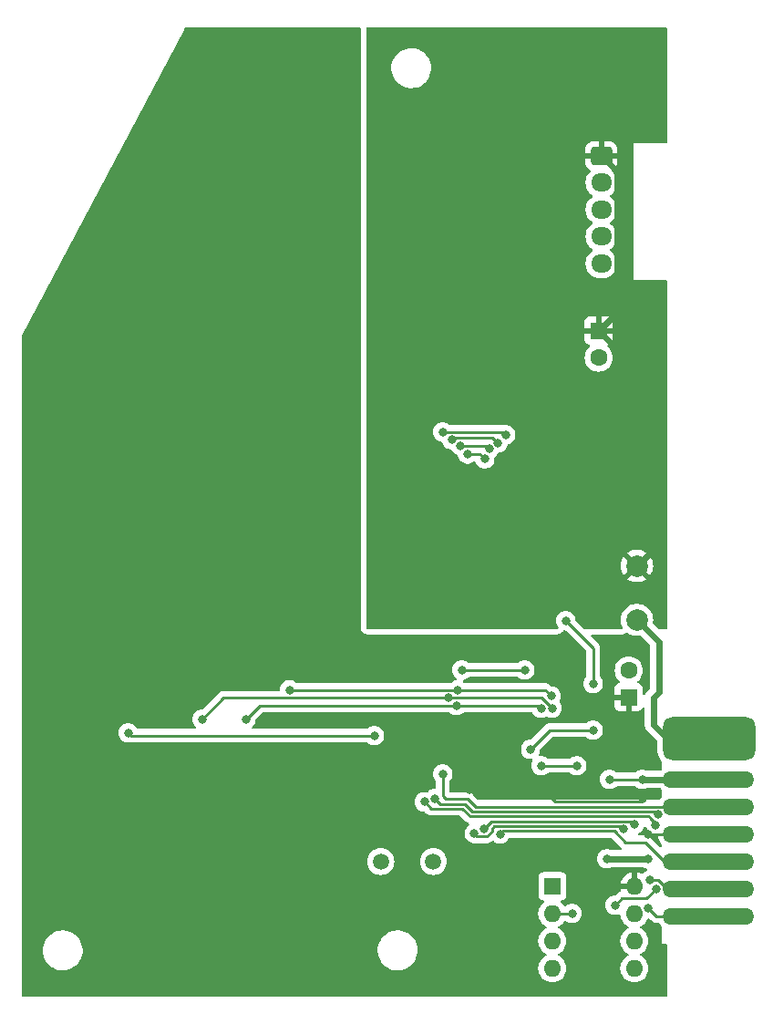
<source format=gbr>
%TF.GenerationSoftware,KiCad,Pcbnew,7.0.5*%
%TF.CreationDate,2024-09-11T17:05:46+02:00*%
%TF.ProjectId,ModuleController,4d6f6475-6c65-4436-9f6e-74726f6c6c65,rev?*%
%TF.SameCoordinates,Original*%
%TF.FileFunction,Copper,L2,Bot*%
%TF.FilePolarity,Positive*%
%FSLAX46Y46*%
G04 Gerber Fmt 4.6, Leading zero omitted, Abs format (unit mm)*
G04 Created by KiCad (PCBNEW 7.0.5) date 2024-09-11 17:05:46*
%MOMM*%
%LPD*%
G01*
G04 APERTURE LIST*
G04 Aperture macros list*
%AMRoundRect*
0 Rectangle with rounded corners*
0 $1 Rounding radius*
0 $2 $3 $4 $5 $6 $7 $8 $9 X,Y pos of 4 corners*
0 Add a 4 corners polygon primitive as box body*
4,1,4,$2,$3,$4,$5,$6,$7,$8,$9,$2,$3,0*
0 Add four circle primitives for the rounded corners*
1,1,$1+$1,$2,$3*
1,1,$1+$1,$4,$5*
1,1,$1+$1,$6,$7*
1,1,$1+$1,$8,$9*
0 Add four rect primitives between the rounded corners*
20,1,$1+$1,$2,$3,$4,$5,0*
20,1,$1+$1,$4,$5,$6,$7,0*
20,1,$1+$1,$6,$7,$8,$9,0*
20,1,$1+$1,$8,$9,$2,$3,0*%
G04 Aperture macros list end*
%TA.AperFunction,ComponentPad*%
%ADD10C,2.000000*%
%TD*%
%TA.AperFunction,ConnectorPad*%
%ADD11RoundRect,0.900000X3.384000X-1.132000X3.384000X1.132000X-3.384000X1.132000X-3.384000X-1.132000X0*%
%TD*%
%TA.AperFunction,ConnectorPad*%
%ADD12O,8.500000X1.524000*%
%TD*%
%TA.AperFunction,ComponentPad*%
%ADD13O,1.950000X1.700000*%
%TD*%
%TA.AperFunction,ComponentPad*%
%ADD14RoundRect,0.250000X-0.725000X0.600000X-0.725000X-0.600000X0.725000X-0.600000X0.725000X0.600000X0*%
%TD*%
%TA.AperFunction,ComponentPad*%
%ADD15C,1.600000*%
%TD*%
%TA.AperFunction,ComponentPad*%
%ADD16R,1.600000X1.600000*%
%TD*%
%TA.AperFunction,ComponentPad*%
%ADD17C,1.500000*%
%TD*%
%TA.AperFunction,ComponentPad*%
%ADD18O,1.600000X1.600000*%
%TD*%
%TA.AperFunction,ViaPad*%
%ADD19C,0.800000*%
%TD*%
%TA.AperFunction,Conductor*%
%ADD20C,0.250000*%
%TD*%
%TA.AperFunction,Conductor*%
%ADD21C,0.600000*%
%TD*%
G04 APERTURE END LIST*
D10*
%TO.P,F1,1*%
%TO.N,Net-(J6-Pin_15)*%
X143510000Y-91868000D03*
%TO.P,F1,2*%
%TO.N,+12V*%
X143510000Y-86868000D03*
%TD*%
D11*
%TO.P,J6,15,Pin_15*%
%TO.N,Net-(J6-Pin_15)*%
X150209000Y-102870000D03*
D12*
%TO.P,J6,14,Pin_14*%
%TO.N,GND*%
X150175000Y-106680000D03*
%TO.P,J6,13,Pin_13*%
%TO.N,/BUS_RESET*%
X150175000Y-109220000D03*
%TO.P,J6,12,Pin_12*%
%TO.N,+5V*%
X150175000Y-111760000D03*
%TO.P,J6,11,Pin_11*%
%TO.N,/PRG_SCK*%
X150175000Y-114300000D03*
%TO.P,J6,10,Pin_10*%
%TO.N,/PRG_MISO*%
X150175000Y-116840000D03*
%TO.P,J6,9,Pin_9*%
%TO.N,/PRG_MOSI*%
X150175000Y-119380000D03*
%TD*%
D13*
%TO.P,J1,5,Pin_5*%
%TO.N,Net-(J1-Pin_5)*%
X140208000Y-58768000D03*
%TO.P,J1,4,Pin_4*%
%TO.N,Net-(J1-Pin_4)*%
X140208000Y-56268000D03*
%TO.P,J1,3,Pin_3*%
%TO.N,Net-(J1-Pin_3)*%
X140208000Y-53768000D03*
%TO.P,J1,2,Pin_2*%
%TO.N,Net-(J1-Pin_2)*%
X140208000Y-51268000D03*
D14*
%TO.P,J1,1,Pin_1*%
%TO.N,+12V*%
X140208000Y-48768000D03*
%TD*%
D15*
%TO.P,C2,2*%
%TO.N,GND*%
X142748000Y-96560000D03*
D16*
%TO.P,C2,1*%
%TO.N,+5V*%
X142748000Y-99060000D03*
%TD*%
D17*
%TO.P,Y1,2,2*%
%TO.N,Net-(U4-PB7{slash}XTAL2)*%
X124604000Y-114300000D03*
%TO.P,Y1,1,1*%
%TO.N,Net-(U4-PB6{slash}XTAL1)*%
X119724000Y-114300000D03*
%TD*%
D15*
%TO.P,C1,2*%
%TO.N,GND*%
X139954000Y-67524000D03*
D16*
%TO.P,C1,1*%
%TO.N,+12V*%
X139954000Y-65024000D03*
%TD*%
D18*
%TO.P,U3,8,VCC*%
%TO.N,+5V*%
X143266000Y-116596000D03*
%TO.P,U3,7,B*%
%TO.N,/BUS_HIGH*%
X143266000Y-119136000D03*
%TO.P,U3,6,A*%
%TO.N,/BUS_LOW*%
X143266000Y-121676000D03*
%TO.P,U3,5,GND*%
%TO.N,GND*%
X143266000Y-124216000D03*
%TO.P,U3,4,D*%
%TO.N,/BUS_TX*%
X135646000Y-124216000D03*
%TO.P,U3,3,DE*%
%TO.N,/BUS_DIR*%
X135646000Y-121676000D03*
%TO.P,U3,2,~{RE}*%
X135646000Y-119136000D03*
D16*
%TO.P,U3,1,R*%
%TO.N,/BUS_RX*%
X135646000Y-116596000D03*
%TD*%
D19*
%TO.N,Net-(U4-ADC7)*%
X139446000Y-97790000D03*
X139446000Y-102108000D03*
X136906000Y-91948000D03*
X133604000Y-103886000D03*
%TO.N,GND*%
X140716000Y-114046000D03*
X144526000Y-114046000D03*
%TO.N,+5V*%
X132588000Y-103124000D03*
X138176000Y-99568000D03*
%TO.N,GND*%
X127254000Y-96520000D03*
X133096000Y-96520000D03*
%TO.N,/BUS_DIR*%
X111252000Y-98373000D03*
%TO.N,/BUS_TX*%
X103124000Y-101092000D03*
%TO.N,/BUS_RX*%
X107188000Y-101092000D03*
%TO.N,GND*%
X134620000Y-105410000D03*
X137922000Y-105410000D03*
X144018000Y-106680000D03*
X140970000Y-106680000D03*
%TO.N,/PRG_SCK*%
X130810000Y-111744500D03*
%TO.N,/PRG_MOSI*%
X144560387Y-118603863D03*
X142240000Y-111294500D03*
X128393193Y-111701335D03*
%TO.N,/PRG_MISO*%
X144733576Y-116008364D03*
X143293500Y-110844500D03*
X129286000Y-111252000D03*
%TO.N,+5V*%
X123698000Y-107188000D03*
X127922596Y-107594598D03*
X123698000Y-105661500D03*
X144526000Y-111760000D03*
X144018000Y-108495500D03*
X134620000Y-107442000D03*
%TO.N,/GATE_HOME*%
X96266000Y-102362000D03*
X119126000Y-102616000D03*
%TO.N,/BUS_DIR*%
X137495500Y-119126000D03*
X135538542Y-98945344D03*
X126879631Y-98373000D03*
%TO.N,/BUS_TX*%
X135632051Y-100063452D03*
X126039245Y-99097500D03*
%TO.N,/BUS_RX*%
X126746000Y-99822000D03*
X134620000Y-100076000D03*
%TO.N,/BUS_LOW*%
X141478000Y-118364000D03*
X145288000Y-116840000D03*
%TO.N,/BUS_DETC_OUT*%
X123765788Y-108774070D03*
X145252861Y-110925850D03*
%TO.N,/BUS_DETC_IN*%
X124714000Y-108458000D03*
X145442487Y-109944500D03*
%TO.N,/BUS_RESET*%
X125476000Y-106172000D03*
%TO.N,+5V*%
X95504000Y-69596000D03*
%TO.N,/MOT_D*%
X129370689Y-76925842D03*
X127775979Y-76470944D03*
%TO.N,/MOT_C*%
X127139922Y-75699947D03*
X129775127Y-76011821D03*
%TO.N,/MOT_B*%
X126307636Y-75146500D03*
X130593500Y-75438000D03*
%TO.N,/MOT_A*%
X125476000Y-74422000D03*
X131318000Y-74676000D03*
%TD*%
D20*
%TO.N,Net-(U4-ADC7)*%
X139446000Y-94488000D02*
X136906000Y-91948000D01*
X139446000Y-97790000D02*
X139446000Y-94488000D01*
X135382000Y-102108000D02*
X139446000Y-102108000D01*
X133604000Y-103886000D02*
X135382000Y-102108000D01*
D21*
%TO.N,+12V*%
X145542000Y-84836000D02*
X143510000Y-86868000D01*
X145542000Y-70612000D02*
X145542000Y-84836000D01*
%TO.N,Net-(J6-Pin_15)*%
X145542000Y-93900000D02*
X143510000Y-91868000D01*
X145542000Y-98552000D02*
X145542000Y-93900000D01*
%TO.N,GND*%
X150175000Y-106680000D02*
X144018000Y-106680000D01*
D20*
%TO.N,/BUS_RESET*%
X125476000Y-108204000D02*
X125476000Y-106172000D01*
X125783198Y-108511198D02*
X125476000Y-108204000D01*
X127815198Y-108511198D02*
X125783198Y-108511198D01*
X128524000Y-109220000D02*
X127815198Y-108511198D01*
X150175000Y-109220000D02*
X128524000Y-109220000D01*
%TO.N,/BUS_DETC_IN*%
X125217198Y-108961198D02*
X124714000Y-108458000D01*
X145167987Y-109670000D02*
X128212000Y-109670000D01*
X145442487Y-109944500D02*
X145167987Y-109670000D01*
X128212000Y-109670000D02*
X127503198Y-108961198D01*
X127503198Y-108961198D02*
X125217198Y-108961198D01*
%TO.N,+5V*%
X124968000Y-104902000D02*
X126238000Y-104902000D01*
X124460000Y-105447000D02*
X124460000Y-105410000D01*
X123912500Y-105447000D02*
X124460000Y-105447000D01*
X124460000Y-105410000D02*
X124968000Y-104902000D01*
X123698000Y-105661500D02*
X123912500Y-105447000D01*
X126238000Y-104902000D02*
X127922596Y-106586596D01*
X127922596Y-106586596D02*
X127922596Y-107594598D01*
D21*
%TO.N,GND*%
X144526000Y-114046000D02*
X140716000Y-114046000D01*
D20*
%TO.N,/PRG_SCK*%
X146050000Y-114300000D02*
X150175000Y-114300000D01*
X141478000Y-111506000D02*
X141478000Y-111557805D01*
X142442196Y-112522000D02*
X144272000Y-112522000D01*
X131084500Y-111470000D02*
X141442000Y-111470000D01*
X141442000Y-111470000D02*
X141478000Y-111506000D01*
X130810000Y-111744500D02*
X131084500Y-111470000D01*
X141478000Y-111557805D02*
X142442196Y-112522000D01*
X144272000Y-112522000D02*
X146050000Y-114300000D01*
%TO.N,+5V*%
X132588000Y-105410000D02*
X134620000Y-107442000D01*
X132588000Y-103124000D02*
X132588000Y-105410000D01*
X138684000Y-99060000D02*
X138176000Y-99568000D01*
X142748000Y-99060000D02*
X138684000Y-99060000D01*
%TO.N,GND*%
X133096000Y-96520000D02*
X127254000Y-96520000D01*
%TO.N,/BUS_DIR*%
X126879631Y-98373000D02*
X111252000Y-98373000D01*
%TO.N,/BUS_TX*%
X105118500Y-99097500D02*
X103124000Y-101092000D01*
X126039245Y-99097500D02*
X105118500Y-99097500D01*
%TO.N,/BUS_RX*%
X108458000Y-99822000D02*
X107188000Y-101092000D01*
X126746000Y-99822000D02*
X108458000Y-99822000D01*
%TO.N,GND*%
X137922000Y-105410000D02*
X134620000Y-105410000D01*
X144018000Y-106680000D02*
X140970000Y-106680000D01*
%TO.N,/PRG_MOSI*%
X145336524Y-119380000D02*
X150175000Y-119380000D01*
X144560387Y-118603863D02*
X145336524Y-119380000D01*
X130280000Y-111020000D02*
X142240000Y-111020000D01*
X130048000Y-111252000D02*
X130280000Y-111020000D01*
X130048000Y-111515305D02*
X130048000Y-111252000D01*
X129586305Y-111977000D02*
X130048000Y-111515305D01*
X128668858Y-111977000D02*
X129586305Y-111977000D01*
X128393193Y-111701335D02*
X128668858Y-111977000D01*
X142240000Y-111020000D02*
X142240000Y-111294500D01*
%TO.N,/PRG_MISO*%
X146313305Y-116840000D02*
X145481669Y-116008364D01*
X150175000Y-116840000D02*
X146313305Y-116840000D01*
X145481669Y-116008364D02*
X144733576Y-116008364D01*
X143019000Y-110570000D02*
X143293500Y-110844500D01*
X143002000Y-110570000D02*
X143019000Y-110570000D01*
X130302000Y-110570000D02*
X143002000Y-110570000D01*
X129286000Y-111252000D02*
X129968000Y-110570000D01*
X129968000Y-110570000D02*
X130302000Y-110570000D01*
%TO.N,+5V*%
X123698000Y-105661500D02*
X123698000Y-107188000D01*
D21*
%TO.N,Net-(J6-Pin_15)*%
X146304000Y-102870000D02*
X150209000Y-102870000D01*
X145034000Y-101600000D02*
X146304000Y-102870000D01*
D20*
%TO.N,+5V*%
X144526000Y-111760000D02*
X150175000Y-111760000D01*
X143256000Y-108770000D02*
X143743500Y-108770000D01*
X135948000Y-108770000D02*
X143256000Y-108770000D01*
X134620000Y-107442000D02*
X135948000Y-108770000D01*
X143743500Y-108770000D02*
X144018000Y-108495500D01*
%TO.N,/GATE_HOME*%
X119126000Y-102616000D02*
X96520000Y-102616000D01*
X96520000Y-102616000D02*
X96266000Y-102362000D01*
%TO.N,/BUS_DIR*%
X135656000Y-119126000D02*
X135646000Y-119136000D01*
X137495500Y-119126000D02*
X135656000Y-119126000D01*
X134966198Y-98373000D02*
X135538542Y-98945344D01*
X126879631Y-98373000D02*
X134966198Y-98373000D01*
%TO.N,/BUS_TX*%
X126039245Y-99097500D02*
X134666099Y-99097500D01*
X134666099Y-99097500D02*
X135632051Y-100063452D01*
%TO.N,/BUS_RX*%
X126746000Y-99822000D02*
X134366000Y-99822000D01*
X134366000Y-99822000D02*
X134620000Y-100076000D01*
%TO.N,/BUS_LOW*%
X142121000Y-117721000D02*
X141478000Y-118364000D01*
X144407000Y-117721000D02*
X142121000Y-117721000D01*
X145288000Y-116840000D02*
X144407000Y-117721000D01*
%TO.N,/BUS_DETC_OUT*%
X124402916Y-109411198D02*
X123765788Y-108774070D01*
X127316802Y-109411198D02*
X124402916Y-109411198D01*
X128025604Y-110120000D02*
X127316802Y-109411198D01*
X131064000Y-110120000D02*
X128025604Y-110120000D01*
X144717487Y-110244805D02*
X144592682Y-110120000D01*
X145252861Y-110780179D02*
X144717487Y-110244805D01*
X145252861Y-110925850D02*
X145252861Y-110780179D01*
X144592682Y-110120000D02*
X131064000Y-110120000D01*
D21*
%TO.N,Net-(J6-Pin_15)*%
X145034000Y-101600000D02*
X145034000Y-99060000D01*
%TO.N,+12V*%
X145542000Y-70612000D02*
X139954000Y-65024000D01*
%TO.N,Net-(J6-Pin_15)*%
X149955000Y-102616000D02*
X146050000Y-102616000D01*
X150209000Y-102870000D02*
X149955000Y-102616000D01*
X145034000Y-99060000D02*
X145542000Y-98552000D01*
D20*
%TO.N,/MOT_D*%
X128915791Y-76470944D02*
X129370689Y-76925842D01*
X127775979Y-76470944D02*
X128915791Y-76470944D01*
%TO.N,/MOT_C*%
X129463253Y-75699947D02*
X127139922Y-75699947D01*
X129775127Y-76011821D02*
X129463253Y-75699947D01*
%TO.N,/MOT_B*%
X126524136Y-74930000D02*
X126307636Y-75146500D01*
X126746000Y-74930000D02*
X126524136Y-74930000D01*
X130085500Y-74930000D02*
X126746000Y-74930000D01*
X130593500Y-75438000D02*
X130085500Y-74930000D01*
%TO.N,/MOT_A*%
X131064000Y-74422000D02*
X125476000Y-74422000D01*
X131318000Y-74676000D02*
X131064000Y-74422000D01*
D21*
%TO.N,+12V*%
X141683000Y-50243000D02*
X141683000Y-63295000D01*
X141683000Y-63295000D02*
X139954000Y-65024000D01*
X140208000Y-48768000D02*
X141683000Y-50243000D01*
%TD*%
%TA.AperFunction,Conductor*%
%TO.N,+5V*%
G36*
X117801539Y-36850185D02*
G01*
X117847294Y-36902989D01*
X117858500Y-36954500D01*
X117858499Y-92585990D01*
X117858501Y-92586009D01*
X117870052Y-92693450D01*
X117870054Y-92693462D01*
X117881260Y-92744972D01*
X117915383Y-92847497D01*
X117915386Y-92847503D01*
X117993171Y-92968537D01*
X117993179Y-92968548D01*
X118038923Y-93021340D01*
X118038926Y-93021343D01*
X118038930Y-93021347D01*
X118147664Y-93115567D01*
X118147667Y-93115568D01*
X118147668Y-93115569D01*
X118278536Y-93175336D01*
X118278537Y-93175336D01*
X118278541Y-93175338D01*
X118345580Y-93195023D01*
X118345584Y-93195024D01*
X118488000Y-93215500D01*
X118488003Y-93215500D01*
X136104176Y-93215500D01*
X136104212Y-93215500D01*
X136108928Y-93215456D01*
X136113848Y-93215386D01*
X136255848Y-93192201D01*
X136294896Y-93179922D01*
X136322492Y-93171246D01*
X136322493Y-93171245D01*
X136322500Y-93171243D01*
X136452205Y-93108997D01*
X136559131Y-93012724D01*
X136603873Y-92959059D01*
X136603876Y-92959054D01*
X136642274Y-92896727D01*
X136694196Y-92849977D01*
X136763153Y-92838718D01*
X136773597Y-92840474D01*
X136811354Y-92848500D01*
X136870548Y-92848500D01*
X136937587Y-92868185D01*
X136958229Y-92884819D01*
X138784181Y-94710771D01*
X138817666Y-94772094D01*
X138820500Y-94798452D01*
X138820500Y-97091312D01*
X138800815Y-97158351D01*
X138788650Y-97174284D01*
X138713466Y-97257784D01*
X138618821Y-97421715D01*
X138618818Y-97421722D01*
X138589532Y-97511857D01*
X138560326Y-97601744D01*
X138549987Y-97700114D01*
X138541400Y-97781822D01*
X138540540Y-97790000D01*
X138560326Y-97978256D01*
X138560327Y-97978259D01*
X138618818Y-98158277D01*
X138618821Y-98158284D01*
X138713467Y-98322216D01*
X138795325Y-98413128D01*
X138840129Y-98462888D01*
X138993265Y-98574148D01*
X138993270Y-98574151D01*
X139166192Y-98651142D01*
X139166197Y-98651144D01*
X139351354Y-98690500D01*
X139351355Y-98690500D01*
X139540644Y-98690500D01*
X139540646Y-98690500D01*
X139725803Y-98651144D01*
X139898730Y-98574151D01*
X140051871Y-98462888D01*
X140178533Y-98322216D01*
X140273179Y-98158284D01*
X140331674Y-97978256D01*
X140351460Y-97790000D01*
X140331674Y-97601744D01*
X140273179Y-97421716D01*
X140178533Y-97257784D01*
X140137968Y-97212732D01*
X140103350Y-97174284D01*
X140073120Y-97111292D01*
X140071500Y-97091312D01*
X140071500Y-94570737D01*
X140073224Y-94555123D01*
X140072938Y-94555096D01*
X140073672Y-94547333D01*
X140071531Y-94479170D01*
X140071500Y-94477223D01*
X140071500Y-94448651D01*
X140071500Y-94448650D01*
X140070629Y-94441759D01*
X140070172Y-94435945D01*
X140068709Y-94389374D01*
X140068709Y-94389372D01*
X140063120Y-94370137D01*
X140059174Y-94351084D01*
X140056664Y-94331208D01*
X140039501Y-94287859D01*
X140037614Y-94282346D01*
X140024617Y-94237610D01*
X140024616Y-94237608D01*
X140014421Y-94220369D01*
X140005860Y-94202893D01*
X139998486Y-94184269D01*
X139998486Y-94184267D01*
X139988474Y-94170488D01*
X139971083Y-94146550D01*
X139967900Y-94141705D01*
X139944170Y-94101579D01*
X139944165Y-94101573D01*
X139930005Y-94087413D01*
X139917370Y-94072620D01*
X139905593Y-94056412D01*
X139869693Y-94026713D01*
X139865381Y-94022790D01*
X139269772Y-93427181D01*
X139236287Y-93365858D01*
X139241271Y-93296166D01*
X139283143Y-93240233D01*
X139348607Y-93215816D01*
X139357453Y-93215500D01*
X142068126Y-93215500D01*
X142068135Y-93215500D01*
X142102261Y-93213188D01*
X142152350Y-93206371D01*
X142219288Y-93192598D01*
X142351050Y-93134801D01*
X142410389Y-93097914D01*
X142447473Y-93066743D01*
X142511453Y-93038679D01*
X142580454Y-93049660D01*
X142603413Y-93063812D01*
X142647235Y-93097920D01*
X142669910Y-93115569D01*
X142686491Y-93128474D01*
X142847090Y-93215386D01*
X142893003Y-93240233D01*
X142905190Y-93246828D01*
X143140386Y-93327571D01*
X143385665Y-93368500D01*
X143634334Y-93368500D01*
X143634335Y-93368500D01*
X143780560Y-93344099D01*
X143849923Y-93352481D01*
X143888649Y-93378727D01*
X144705182Y-94195260D01*
X144738666Y-94256581D01*
X144741500Y-94282939D01*
X144741500Y-98169060D01*
X144721815Y-98236099D01*
X144705181Y-98256741D01*
X144404186Y-98557735D01*
X144404183Y-98557739D01*
X144381966Y-98593096D01*
X144377941Y-98598769D01*
X144351910Y-98631410D01*
X144333791Y-98669033D01*
X144330427Y-98675120D01*
X144308212Y-98710476D01*
X144308208Y-98710483D01*
X144294417Y-98749894D01*
X144291756Y-98756318D01*
X144283723Y-98773001D01*
X144236903Y-98824863D01*
X144169477Y-98843179D01*
X144102852Y-98822135D01*
X144058181Y-98768410D01*
X144048000Y-98719205D01*
X144048000Y-98212172D01*
X144047999Y-98212155D01*
X144041598Y-98152627D01*
X144041596Y-98152620D01*
X143991354Y-98017913D01*
X143991350Y-98017906D01*
X143905190Y-97902812D01*
X143905187Y-97902809D01*
X143790093Y-97816649D01*
X143790086Y-97816645D01*
X143655378Y-97766402D01*
X143649658Y-97765051D01*
X143588942Y-97730477D01*
X143556557Y-97668566D01*
X143562784Y-97598974D01*
X143590491Y-97556694D01*
X143748047Y-97399139D01*
X143878568Y-97212734D01*
X143974739Y-97006496D01*
X144033635Y-96786692D01*
X144053468Y-96560000D01*
X144049968Y-96520000D01*
X144033635Y-96333313D01*
X144033635Y-96333308D01*
X143974739Y-96113504D01*
X143878568Y-95907266D01*
X143748047Y-95720861D01*
X143748045Y-95720858D01*
X143587141Y-95559954D01*
X143400734Y-95429432D01*
X143400732Y-95429431D01*
X143194497Y-95333261D01*
X143194488Y-95333258D01*
X142974697Y-95274366D01*
X142974693Y-95274365D01*
X142974692Y-95274365D01*
X142974691Y-95274364D01*
X142974686Y-95274364D01*
X142748002Y-95254532D01*
X142747998Y-95254532D01*
X142521313Y-95274364D01*
X142521302Y-95274366D01*
X142301511Y-95333258D01*
X142301502Y-95333261D01*
X142095267Y-95429431D01*
X142095265Y-95429432D01*
X141908858Y-95559954D01*
X141747954Y-95720858D01*
X141617432Y-95907265D01*
X141617431Y-95907267D01*
X141521261Y-96113502D01*
X141521258Y-96113511D01*
X141462366Y-96333302D01*
X141462364Y-96333313D01*
X141442532Y-96559998D01*
X141442532Y-96560001D01*
X141462364Y-96786686D01*
X141462366Y-96786697D01*
X141521258Y-97006488D01*
X141521261Y-97006497D01*
X141617431Y-97212732D01*
X141617432Y-97212734D01*
X141747954Y-97399141D01*
X141905506Y-97556693D01*
X141938991Y-97618016D01*
X141934007Y-97687708D01*
X141892135Y-97743641D01*
X141846343Y-97765050D01*
X141840626Y-97766401D01*
X141705913Y-97816645D01*
X141705906Y-97816649D01*
X141590812Y-97902809D01*
X141590809Y-97902812D01*
X141504649Y-98017906D01*
X141504645Y-98017913D01*
X141454403Y-98152620D01*
X141454401Y-98152627D01*
X141448000Y-98212155D01*
X141448000Y-98810000D01*
X142432314Y-98810000D01*
X142420359Y-98821955D01*
X142362835Y-98934852D01*
X142343014Y-99060000D01*
X142362835Y-99185148D01*
X142420359Y-99298045D01*
X142432314Y-99310000D01*
X141448000Y-99310000D01*
X141448000Y-99907844D01*
X141454401Y-99967372D01*
X141454403Y-99967379D01*
X141504645Y-100102086D01*
X141504649Y-100102093D01*
X141590809Y-100217187D01*
X141590812Y-100217190D01*
X141705906Y-100303350D01*
X141705913Y-100303354D01*
X141840620Y-100353596D01*
X141840627Y-100353598D01*
X141900155Y-100359999D01*
X141900172Y-100360000D01*
X142498000Y-100360000D01*
X142498000Y-99375686D01*
X142509955Y-99387641D01*
X142622852Y-99445165D01*
X142716519Y-99460000D01*
X142779481Y-99460000D01*
X142873148Y-99445165D01*
X142986045Y-99387641D01*
X142998000Y-99375686D01*
X142998000Y-100360000D01*
X143595828Y-100360000D01*
X143595844Y-100359999D01*
X143655372Y-100353598D01*
X143655379Y-100353596D01*
X143790086Y-100303354D01*
X143790093Y-100303350D01*
X143905187Y-100217190D01*
X143905190Y-100217187D01*
X143991350Y-100102093D01*
X143991353Y-100102088D01*
X143993317Y-100096823D01*
X144035187Y-100040888D01*
X144100651Y-100016470D01*
X144168925Y-100031321D01*
X144218331Y-100080725D01*
X144233500Y-100140154D01*
X144233500Y-101690191D01*
X144233501Y-101690200D01*
X144242791Y-101730908D01*
X144243955Y-101737763D01*
X144248632Y-101779259D01*
X144262420Y-101818662D01*
X144264345Y-101825345D01*
X144273639Y-101866061D01*
X144291759Y-101903688D01*
X144294421Y-101910114D01*
X144308212Y-101949525D01*
X144330422Y-101984872D01*
X144333787Y-101990959D01*
X144351910Y-102028589D01*
X144377940Y-102061229D01*
X144381966Y-102066904D01*
X144392573Y-102083784D01*
X144404184Y-102102262D01*
X144436174Y-102134252D01*
X145388182Y-103086260D01*
X145421666Y-103147581D01*
X145424500Y-103173939D01*
X145424500Y-104097329D01*
X145424501Y-104097368D01*
X145427345Y-104150901D01*
X145427345Y-104150902D01*
X145461369Y-104326824D01*
X145472613Y-104384962D01*
X145485162Y-104418214D01*
X145556786Y-104608007D01*
X145664286Y-104791196D01*
X145677445Y-104813621D01*
X145731543Y-104877785D01*
X145766801Y-104919602D01*
X145794965Y-104983544D01*
X145796000Y-104999532D01*
X145796000Y-105735275D01*
X145776315Y-105802314D01*
X145761627Y-105820967D01*
X145742290Y-105841192D01*
X145681733Y-105876044D01*
X145652663Y-105879500D01*
X144460367Y-105879500D01*
X144409931Y-105868779D01*
X144297807Y-105818857D01*
X144297802Y-105818855D01*
X144152000Y-105787865D01*
X144112646Y-105779500D01*
X143923354Y-105779500D01*
X143890897Y-105786398D01*
X143738197Y-105818855D01*
X143738192Y-105818857D01*
X143565270Y-105895848D01*
X143565265Y-105895851D01*
X143412130Y-106007110D01*
X143412126Y-106007114D01*
X143406400Y-106013474D01*
X143346913Y-106050121D01*
X143314252Y-106054500D01*
X141673748Y-106054500D01*
X141606709Y-106034815D01*
X141581600Y-106013474D01*
X141575873Y-106007114D01*
X141575869Y-106007110D01*
X141422734Y-105895851D01*
X141422729Y-105895848D01*
X141249807Y-105818857D01*
X141249802Y-105818855D01*
X141104001Y-105787865D01*
X141064646Y-105779500D01*
X140875354Y-105779500D01*
X140842897Y-105786398D01*
X140690197Y-105818855D01*
X140690192Y-105818857D01*
X140517270Y-105895848D01*
X140517265Y-105895851D01*
X140364129Y-106007111D01*
X140237466Y-106147785D01*
X140142821Y-106311715D01*
X140142818Y-106311722D01*
X140084327Y-106491740D01*
X140084326Y-106491744D01*
X140064540Y-106680000D01*
X140084326Y-106868256D01*
X140084327Y-106868259D01*
X140142818Y-107048277D01*
X140142821Y-107048284D01*
X140237467Y-107212216D01*
X140339185Y-107325185D01*
X140364129Y-107352888D01*
X140517265Y-107464148D01*
X140517270Y-107464151D01*
X140690192Y-107541142D01*
X140690197Y-107541144D01*
X140875354Y-107580500D01*
X140875355Y-107580500D01*
X141064644Y-107580500D01*
X141064646Y-107580500D01*
X141249803Y-107541144D01*
X141422730Y-107464151D01*
X141575871Y-107352888D01*
X141578788Y-107349647D01*
X141581600Y-107346526D01*
X141641087Y-107309879D01*
X141673748Y-107305500D01*
X143314252Y-107305500D01*
X143381291Y-107325185D01*
X143406400Y-107346526D01*
X143412126Y-107352885D01*
X143412130Y-107352889D01*
X143565265Y-107464148D01*
X143565270Y-107464151D01*
X143738192Y-107541142D01*
X143738197Y-107541144D01*
X143923354Y-107580500D01*
X143923355Y-107580500D01*
X144112644Y-107580500D01*
X144112646Y-107580500D01*
X144297803Y-107541144D01*
X144355281Y-107515552D01*
X144409931Y-107491221D01*
X144460367Y-107480500D01*
X145650864Y-107480500D01*
X145717903Y-107500185D01*
X145747810Y-107527186D01*
X145763048Y-107546294D01*
X145768946Y-107553689D01*
X145795355Y-107618375D01*
X145796000Y-107631003D01*
X145796000Y-108275275D01*
X145776315Y-108342314D01*
X145761627Y-108360966D01*
X145695947Y-108429663D01*
X145623900Y-108538811D01*
X145570541Y-108583916D01*
X145520413Y-108594500D01*
X128834453Y-108594500D01*
X128767414Y-108574815D01*
X128746772Y-108558181D01*
X128316001Y-108127410D01*
X128306178Y-108115148D01*
X128305957Y-108115332D01*
X128300984Y-108109320D01*
X128251264Y-108062630D01*
X128249864Y-108061273D01*
X128229674Y-108041082D01*
X128224184Y-108036823D01*
X128219759Y-108033045D01*
X128185780Y-108001136D01*
X128185778Y-108001134D01*
X128185775Y-108001133D01*
X128168227Y-107991486D01*
X128151961Y-107980802D01*
X128136131Y-107968523D01*
X128093366Y-107950016D01*
X128088120Y-107947446D01*
X128047291Y-107925001D01*
X128047290Y-107925000D01*
X128027891Y-107920020D01*
X128009479Y-107913716D01*
X127991096Y-107905760D01*
X127991090Y-107905758D01*
X127945072Y-107898470D01*
X127939350Y-107897285D01*
X127894219Y-107885698D01*
X127894217Y-107885698D01*
X127874182Y-107885698D01*
X127854784Y-107884171D01*
X127847360Y-107882995D01*
X127835003Y-107881038D01*
X127835002Y-107881038D01*
X127788614Y-107885423D01*
X127782776Y-107885698D01*
X126225500Y-107885698D01*
X126158461Y-107866013D01*
X126112706Y-107813209D01*
X126101500Y-107761698D01*
X126101500Y-106870687D01*
X126121185Y-106803648D01*
X126133350Y-106787715D01*
X126151891Y-106767122D01*
X126208533Y-106704216D01*
X126303179Y-106540284D01*
X126361674Y-106360256D01*
X126381460Y-106172000D01*
X126361674Y-105983744D01*
X126303179Y-105803716D01*
X126208533Y-105639784D01*
X126081871Y-105499112D01*
X126073770Y-105493226D01*
X125928734Y-105387851D01*
X125928729Y-105387848D01*
X125755807Y-105310857D01*
X125755802Y-105310855D01*
X125610001Y-105279865D01*
X125570646Y-105271500D01*
X125381354Y-105271500D01*
X125348897Y-105278398D01*
X125196197Y-105310855D01*
X125196192Y-105310857D01*
X125023270Y-105387848D01*
X125023265Y-105387851D01*
X124870129Y-105499111D01*
X124743466Y-105639785D01*
X124648821Y-105803715D01*
X124648818Y-105803722D01*
X124618884Y-105895851D01*
X124590326Y-105983744D01*
X124570540Y-106172000D01*
X124590326Y-106360256D01*
X124590327Y-106360259D01*
X124648818Y-106540277D01*
X124648821Y-106540284D01*
X124743467Y-106704216D01*
X124786772Y-106752310D01*
X124818650Y-106787715D01*
X124848880Y-106850706D01*
X124850500Y-106870687D01*
X124850500Y-107433500D01*
X124830815Y-107500539D01*
X124778011Y-107546294D01*
X124726500Y-107557500D01*
X124619354Y-107557500D01*
X124586897Y-107564398D01*
X124434197Y-107596855D01*
X124434192Y-107596857D01*
X124261270Y-107673848D01*
X124261265Y-107673851D01*
X124108135Y-107785106D01*
X124108127Y-107785113D01*
X124049386Y-107850350D01*
X123989899Y-107886997D01*
X123931460Y-107888666D01*
X123860434Y-107873570D01*
X123671142Y-107873570D01*
X123638685Y-107880468D01*
X123485985Y-107912925D01*
X123485980Y-107912927D01*
X123313058Y-107989918D01*
X123313053Y-107989921D01*
X123159917Y-108101181D01*
X123033254Y-108241855D01*
X122938609Y-108405785D01*
X122938606Y-108405792D01*
X122880115Y-108585810D01*
X122880114Y-108585814D01*
X122860328Y-108774070D01*
X122880114Y-108962326D01*
X122880115Y-108962329D01*
X122938606Y-109142347D01*
X122938609Y-109142354D01*
X123033255Y-109306286D01*
X123159916Y-109446958D01*
X123159917Y-109446958D01*
X123313053Y-109558218D01*
X123313058Y-109558221D01*
X123485980Y-109635212D01*
X123485985Y-109635214D01*
X123671142Y-109674570D01*
X123730335Y-109674570D01*
X123797374Y-109694255D01*
X123818016Y-109710889D01*
X123902113Y-109794986D01*
X123911938Y-109807249D01*
X123912159Y-109807067D01*
X123917127Y-109813072D01*
X123966848Y-109859764D01*
X123968248Y-109861121D01*
X123988439Y-109881313D01*
X123988443Y-109881316D01*
X123988445Y-109881318D01*
X123993927Y-109885571D01*
X123998359Y-109889355D01*
X124032334Y-109921260D01*
X124049892Y-109930912D01*
X124066149Y-109941591D01*
X124081980Y-109953871D01*
X124101653Y-109962384D01*
X124124749Y-109972380D01*
X124129993Y-109974948D01*
X124170824Y-109997395D01*
X124183439Y-110000633D01*
X124190221Y-110002375D01*
X124208635Y-110008679D01*
X124227020Y-110016636D01*
X124273073Y-110023930D01*
X124278742Y-110025104D01*
X124323897Y-110036698D01*
X124343932Y-110036698D01*
X124363329Y-110038224D01*
X124383112Y-110041358D01*
X124429499Y-110036973D01*
X124435338Y-110036698D01*
X127006350Y-110036698D01*
X127073389Y-110056383D01*
X127094031Y-110073017D01*
X127524801Y-110503788D01*
X127534626Y-110516051D01*
X127534847Y-110515869D01*
X127539815Y-110521874D01*
X127589536Y-110568566D01*
X127590936Y-110569923D01*
X127611127Y-110590115D01*
X127611131Y-110590118D01*
X127611133Y-110590120D01*
X127616615Y-110594373D01*
X127621047Y-110598157D01*
X127655022Y-110630062D01*
X127672580Y-110639714D01*
X127688839Y-110650395D01*
X127704668Y-110662673D01*
X127747442Y-110681182D01*
X127752660Y-110683738D01*
X127793512Y-110706197D01*
X127812920Y-110711180D01*
X127831321Y-110717480D01*
X127849708Y-110725437D01*
X127849710Y-110725437D01*
X127857200Y-110727614D01*
X127856487Y-110730066D01*
X127908358Y-110754656D01*
X127945289Y-110813968D01*
X127944291Y-110883830D01*
X127905681Y-110942063D01*
X127898711Y-110947518D01*
X127787320Y-111028448D01*
X127660659Y-111169120D01*
X127566014Y-111333050D01*
X127566011Y-111333057D01*
X127507520Y-111513075D01*
X127507519Y-111513079D01*
X127487733Y-111701335D01*
X127507519Y-111889591D01*
X127507520Y-111889594D01*
X127566011Y-112069612D01*
X127566014Y-112069619D01*
X127660660Y-112233551D01*
X127743926Y-112326027D01*
X127787322Y-112374223D01*
X127940458Y-112485483D01*
X127940463Y-112485486D01*
X128113385Y-112562477D01*
X128113390Y-112562479D01*
X128298547Y-112601835D01*
X128298548Y-112601835D01*
X128487840Y-112601835D01*
X128497840Y-112599709D01*
X128513773Y-112596322D01*
X128570397Y-112597507D01*
X128589839Y-112602500D01*
X128609874Y-112602500D01*
X128629272Y-112604026D01*
X128649052Y-112607159D01*
X128649053Y-112607160D01*
X128649053Y-112607159D01*
X128649054Y-112607160D01*
X128695441Y-112602775D01*
X128701280Y-112602500D01*
X129503562Y-112602500D01*
X129519182Y-112604224D01*
X129519209Y-112603939D01*
X129526971Y-112604673D01*
X129526971Y-112604672D01*
X129526972Y-112604673D01*
X129530304Y-112604568D01*
X129595152Y-112602531D01*
X129597099Y-112602500D01*
X129625652Y-112602500D01*
X129625655Y-112602500D01*
X129632533Y-112601630D01*
X129638346Y-112601172D01*
X129684932Y-112599709D01*
X129704174Y-112594117D01*
X129723217Y-112590174D01*
X129743097Y-112587664D01*
X129786427Y-112570507D01*
X129791951Y-112568617D01*
X129795701Y-112567527D01*
X129836695Y-112555618D01*
X129853934Y-112545422D01*
X129871408Y-112536862D01*
X129890032Y-112529488D01*
X129890032Y-112529487D01*
X129890037Y-112529486D01*
X129927754Y-112502082D01*
X129932610Y-112498892D01*
X129972725Y-112475170D01*
X129986894Y-112460999D01*
X130001684Y-112448368D01*
X130017892Y-112436594D01*
X130024074Y-112429120D01*
X130081973Y-112390010D01*
X130151824Y-112388410D01*
X130198655Y-112413864D01*
X130198871Y-112413568D01*
X130201132Y-112415211D01*
X130202593Y-112416005D01*
X130204124Y-112417383D01*
X130204129Y-112417388D01*
X130254666Y-112454105D01*
X130357265Y-112528648D01*
X130357270Y-112528651D01*
X130530192Y-112605642D01*
X130530197Y-112605644D01*
X130715354Y-112645000D01*
X130715355Y-112645000D01*
X130904644Y-112645000D01*
X130904646Y-112645000D01*
X131089803Y-112605644D01*
X131262730Y-112528651D01*
X131415871Y-112417388D01*
X131542533Y-112276716D01*
X131611362Y-112157499D01*
X131661928Y-112109285D01*
X131718749Y-112095500D01*
X141079742Y-112095500D01*
X141146781Y-112115185D01*
X141167423Y-112131819D01*
X141941393Y-112905788D01*
X141951218Y-112918051D01*
X141951439Y-112917869D01*
X141956407Y-112923874D01*
X142006127Y-112970565D01*
X142007527Y-112971922D01*
X142027719Y-112992115D01*
X142027723Y-112992118D01*
X142027725Y-112992120D01*
X142033207Y-112996373D01*
X142037644Y-113000162D01*
X142070598Y-113031108D01*
X142105993Y-113091350D01*
X142103199Y-113161163D01*
X142063105Y-113218384D01*
X141998440Y-113244845D01*
X141985714Y-113245500D01*
X141158367Y-113245500D01*
X141107931Y-113234779D01*
X140995807Y-113184857D01*
X140995802Y-113184855D01*
X140820055Y-113147500D01*
X140810646Y-113145500D01*
X140621354Y-113145500D01*
X140611945Y-113147500D01*
X140436197Y-113184855D01*
X140436192Y-113184857D01*
X140263270Y-113261848D01*
X140263265Y-113261851D01*
X140110129Y-113373111D01*
X139983466Y-113513785D01*
X139888821Y-113677715D01*
X139888818Y-113677722D01*
X139848503Y-113801800D01*
X139830326Y-113857744D01*
X139810540Y-114046000D01*
X139830326Y-114234256D01*
X139830327Y-114234259D01*
X139888818Y-114414277D01*
X139888821Y-114414284D01*
X139983467Y-114578216D01*
X140085659Y-114691711D01*
X140110129Y-114718888D01*
X140263265Y-114830148D01*
X140263270Y-114830151D01*
X140436192Y-114907142D01*
X140436197Y-114907144D01*
X140621354Y-114946500D01*
X140621355Y-114946500D01*
X140810644Y-114946500D01*
X140810646Y-114946500D01*
X140995803Y-114907144D01*
X141107930Y-114857221D01*
X141158367Y-114846500D01*
X144083633Y-114846500D01*
X144134069Y-114857221D01*
X144246192Y-114907142D01*
X144246193Y-114907142D01*
X144246197Y-114907144D01*
X144378380Y-114935240D01*
X144439862Y-114968432D01*
X144473639Y-115029595D01*
X144468987Y-115099309D01*
X144427383Y-115155442D01*
X144403037Y-115169809D01*
X144280843Y-115224214D01*
X144280841Y-115224215D01*
X144127705Y-115335475D01*
X144127704Y-115335476D01*
X144044544Y-115427834D01*
X143985057Y-115464482D01*
X143915200Y-115463151D01*
X143899990Y-115457243D01*
X143712328Y-115369734D01*
X143516000Y-115317127D01*
X143516000Y-116280314D01*
X143504045Y-116268359D01*
X143391148Y-116210835D01*
X143297481Y-116196000D01*
X143234519Y-116196000D01*
X143140852Y-116210835D01*
X143027955Y-116268359D01*
X143016000Y-116280314D01*
X143016000Y-115317127D01*
X142819671Y-115369734D01*
X142613517Y-115465865D01*
X142427179Y-115596342D01*
X142266342Y-115757179D01*
X142135865Y-115943517D01*
X142039734Y-116149673D01*
X142039730Y-116149682D01*
X141987127Y-116345999D01*
X141987128Y-116346000D01*
X142950314Y-116346000D01*
X142938359Y-116357955D01*
X142880835Y-116470852D01*
X142861014Y-116596000D01*
X142880835Y-116721148D01*
X142938359Y-116834045D01*
X142950314Y-116846000D01*
X141987128Y-116846000D01*
X142020370Y-116970063D01*
X142018707Y-117039912D01*
X141979544Y-117097775D01*
X141946239Y-117117450D01*
X141920868Y-117127494D01*
X141915342Y-117129386D01*
X141870611Y-117142382D01*
X141870608Y-117142383D01*
X141853363Y-117152581D01*
X141835901Y-117161135D01*
X141817272Y-117168511D01*
X141817267Y-117168513D01*
X141779564Y-117195906D01*
X141774682Y-117199112D01*
X141734580Y-117222828D01*
X141720408Y-117237000D01*
X141705623Y-117249628D01*
X141689412Y-117261407D01*
X141659714Y-117297304D01*
X141655782Y-117301624D01*
X141530228Y-117427181D01*
X141468905Y-117460666D01*
X141442546Y-117463500D01*
X141383354Y-117463500D01*
X141350897Y-117470398D01*
X141198197Y-117502855D01*
X141198192Y-117502857D01*
X141025270Y-117579848D01*
X141025265Y-117579851D01*
X140872129Y-117691111D01*
X140745466Y-117831785D01*
X140650821Y-117995715D01*
X140650818Y-117995722D01*
X140605254Y-118135956D01*
X140592326Y-118175744D01*
X140572540Y-118364000D01*
X140592326Y-118552256D01*
X140592327Y-118552259D01*
X140650818Y-118732277D01*
X140650821Y-118732284D01*
X140745467Y-118896216D01*
X140872128Y-119036887D01*
X140872129Y-119036888D01*
X141025265Y-119148148D01*
X141025270Y-119148151D01*
X141198192Y-119225142D01*
X141198197Y-119225144D01*
X141383354Y-119264500D01*
X141383355Y-119264500D01*
X141572644Y-119264500D01*
X141572646Y-119264500D01*
X141757803Y-119225144D01*
X141801625Y-119205632D01*
X141870874Y-119196347D01*
X141934151Y-119225975D01*
X141971365Y-119285110D01*
X141975589Y-119308104D01*
X141980364Y-119362687D01*
X141980366Y-119362697D01*
X142039258Y-119582488D01*
X142039261Y-119582497D01*
X142135431Y-119788732D01*
X142135432Y-119788734D01*
X142265954Y-119975141D01*
X142426858Y-120136045D01*
X142426861Y-120136047D01*
X142613266Y-120266568D01*
X142671278Y-120293619D01*
X142723713Y-120339788D01*
X142742866Y-120406982D01*
X142722651Y-120473863D01*
X142671277Y-120518380D01*
X142613268Y-120545430D01*
X142613265Y-120545432D01*
X142426858Y-120675954D01*
X142265954Y-120836858D01*
X142135432Y-121023265D01*
X142135431Y-121023267D01*
X142039261Y-121229502D01*
X142039258Y-121229511D01*
X141980366Y-121449302D01*
X141980364Y-121449313D01*
X141960532Y-121675998D01*
X141960532Y-121676001D01*
X141980364Y-121902686D01*
X141980366Y-121902697D01*
X142039258Y-122122488D01*
X142039261Y-122122497D01*
X142135431Y-122328732D01*
X142135432Y-122328734D01*
X142265954Y-122515141D01*
X142426858Y-122676045D01*
X142543805Y-122757931D01*
X142613266Y-122806568D01*
X142671278Y-122833619D01*
X142723713Y-122879788D01*
X142742866Y-122946982D01*
X142722651Y-123013863D01*
X142671277Y-123058380D01*
X142613268Y-123085430D01*
X142613265Y-123085432D01*
X142426858Y-123215954D01*
X142265954Y-123376858D01*
X142135432Y-123563265D01*
X142135431Y-123563267D01*
X142039261Y-123769502D01*
X142039258Y-123769511D01*
X141980366Y-123989302D01*
X141980364Y-123989313D01*
X141960532Y-124215998D01*
X141960532Y-124216001D01*
X141980364Y-124442686D01*
X141980366Y-124442697D01*
X142039258Y-124662488D01*
X142039261Y-124662497D01*
X142135431Y-124868732D01*
X142135432Y-124868734D01*
X142265954Y-125055141D01*
X142426858Y-125216045D01*
X142426861Y-125216047D01*
X142613266Y-125346568D01*
X142819504Y-125442739D01*
X143039308Y-125501635D01*
X143201230Y-125515801D01*
X143265998Y-125521468D01*
X143266000Y-125521468D01*
X143266002Y-125521468D01*
X143322672Y-125516509D01*
X143492692Y-125501635D01*
X143712496Y-125442739D01*
X143918734Y-125346568D01*
X144105139Y-125216047D01*
X144266047Y-125055139D01*
X144396568Y-124868734D01*
X144492739Y-124662496D01*
X144551635Y-124442692D01*
X144568634Y-124248384D01*
X144571468Y-124216001D01*
X144571468Y-124215998D01*
X144561533Y-124102441D01*
X144551635Y-123989308D01*
X144492739Y-123769504D01*
X144396568Y-123563266D01*
X144266047Y-123376861D01*
X144266045Y-123376858D01*
X144105141Y-123215954D01*
X143918735Y-123085433D01*
X143918736Y-123085433D01*
X143918734Y-123085432D01*
X143860722Y-123058380D01*
X143808284Y-123012208D01*
X143789133Y-122945014D01*
X143809349Y-122878133D01*
X143860721Y-122833619D01*
X143918734Y-122806568D01*
X144105139Y-122676047D01*
X144266047Y-122515139D01*
X144396568Y-122328734D01*
X144492739Y-122122496D01*
X144551635Y-121902692D01*
X144571468Y-121676000D01*
X144551635Y-121449308D01*
X144492739Y-121229504D01*
X144396568Y-121023266D01*
X144266047Y-120836861D01*
X144266045Y-120836858D01*
X144105141Y-120675954D01*
X143918735Y-120545433D01*
X143918736Y-120545433D01*
X143918734Y-120545432D01*
X143860722Y-120518380D01*
X143808284Y-120472208D01*
X143789133Y-120405014D01*
X143809349Y-120338133D01*
X143860721Y-120293619D01*
X143918734Y-120266568D01*
X144105139Y-120136047D01*
X144266047Y-119975139D01*
X144396568Y-119788734D01*
X144469318Y-119632721D01*
X144515489Y-119580284D01*
X144582683Y-119561132D01*
X144649564Y-119581348D01*
X144669380Y-119597447D01*
X144835721Y-119763788D01*
X144845546Y-119776051D01*
X144845767Y-119775869D01*
X144850735Y-119781874D01*
X144900456Y-119828566D01*
X144901856Y-119829923D01*
X144922047Y-119850115D01*
X144922051Y-119850118D01*
X144922053Y-119850120D01*
X144927535Y-119854373D01*
X144931967Y-119858157D01*
X144965942Y-119890062D01*
X144983500Y-119899714D01*
X144999759Y-119910395D01*
X145015588Y-119922673D01*
X145058362Y-119941182D01*
X145063580Y-119943738D01*
X145104432Y-119966197D01*
X145123840Y-119971180D01*
X145142241Y-119977480D01*
X145160628Y-119985437D01*
X145204012Y-119992308D01*
X145206643Y-119992725D01*
X145212363Y-119993909D01*
X145257505Y-120005500D01*
X145277540Y-120005500D01*
X145296938Y-120007026D01*
X145316718Y-120010159D01*
X145316719Y-120010160D01*
X145316719Y-120010159D01*
X145316720Y-120010160D01*
X145363107Y-120005775D01*
X145368946Y-120005500D01*
X145515820Y-120005500D01*
X145582859Y-120025185D01*
X145625013Y-120070739D01*
X145629092Y-120078319D01*
X145768947Y-120253691D01*
X145795355Y-120318376D01*
X145796000Y-120331002D01*
X145796000Y-121920000D01*
X146180688Y-121922128D01*
X146247615Y-121942183D01*
X146293078Y-121995239D01*
X146304000Y-122046126D01*
X146304000Y-126705500D01*
X146284315Y-126772539D01*
X146231511Y-126818294D01*
X146180000Y-126829500D01*
X86484500Y-126829500D01*
X86417461Y-126809815D01*
X86371706Y-126757011D01*
X86360500Y-126705500D01*
X86360500Y-122622763D01*
X88315787Y-122622763D01*
X88345413Y-122892013D01*
X88345415Y-122892024D01*
X88395978Y-123085430D01*
X88413928Y-123154088D01*
X88519870Y-123403390D01*
X88591998Y-123521575D01*
X88660979Y-123634605D01*
X88660986Y-123634615D01*
X88834253Y-123842819D01*
X88834259Y-123842824D01*
X89035998Y-124023582D01*
X89261910Y-124173044D01*
X89507176Y-124288020D01*
X89507183Y-124288022D01*
X89507185Y-124288023D01*
X89766557Y-124366057D01*
X89766564Y-124366058D01*
X89766569Y-124366060D01*
X90034561Y-124405500D01*
X90034566Y-124405500D01*
X90237629Y-124405500D01*
X90237631Y-124405500D01*
X90237636Y-124405499D01*
X90237648Y-124405499D01*
X90275191Y-124402750D01*
X90440156Y-124390677D01*
X90552758Y-124365593D01*
X90704546Y-124331782D01*
X90704548Y-124331781D01*
X90704553Y-124331780D01*
X90957558Y-124235014D01*
X91193777Y-124102441D01*
X91408177Y-123936888D01*
X91596186Y-123741881D01*
X91753799Y-123521579D01*
X91828205Y-123376858D01*
X91877649Y-123280690D01*
X91877651Y-123280684D01*
X91877656Y-123280675D01*
X91965118Y-123024305D01*
X92014319Y-122757933D01*
X92019259Y-122622763D01*
X119430787Y-122622763D01*
X119460413Y-122892013D01*
X119460415Y-122892024D01*
X119510978Y-123085430D01*
X119528928Y-123154088D01*
X119634870Y-123403390D01*
X119706998Y-123521575D01*
X119775979Y-123634605D01*
X119775986Y-123634615D01*
X119949253Y-123842819D01*
X119949259Y-123842824D01*
X120150998Y-124023582D01*
X120376910Y-124173044D01*
X120622176Y-124288020D01*
X120622183Y-124288022D01*
X120622185Y-124288023D01*
X120881557Y-124366057D01*
X120881564Y-124366058D01*
X120881569Y-124366060D01*
X121149561Y-124405500D01*
X121149566Y-124405500D01*
X121352629Y-124405500D01*
X121352631Y-124405500D01*
X121352636Y-124405499D01*
X121352648Y-124405499D01*
X121390191Y-124402750D01*
X121555156Y-124390677D01*
X121667758Y-124365593D01*
X121819546Y-124331782D01*
X121819548Y-124331781D01*
X121819553Y-124331780D01*
X122072558Y-124235014D01*
X122106435Y-124216001D01*
X134340532Y-124216001D01*
X134360364Y-124442686D01*
X134360366Y-124442697D01*
X134419258Y-124662488D01*
X134419261Y-124662497D01*
X134515431Y-124868732D01*
X134515432Y-124868734D01*
X134645954Y-125055141D01*
X134806858Y-125216045D01*
X134806861Y-125216047D01*
X134993266Y-125346568D01*
X135199504Y-125442739D01*
X135419308Y-125501635D01*
X135581230Y-125515801D01*
X135645998Y-125521468D01*
X135646000Y-125521468D01*
X135646002Y-125521468D01*
X135702672Y-125516509D01*
X135872692Y-125501635D01*
X136092496Y-125442739D01*
X136298734Y-125346568D01*
X136485139Y-125216047D01*
X136646047Y-125055139D01*
X136776568Y-124868734D01*
X136872739Y-124662496D01*
X136931635Y-124442692D01*
X136948634Y-124248384D01*
X136951468Y-124216001D01*
X136951468Y-124215998D01*
X136941533Y-124102441D01*
X136931635Y-123989308D01*
X136872739Y-123769504D01*
X136776568Y-123563266D01*
X136646047Y-123376861D01*
X136646045Y-123376858D01*
X136485141Y-123215954D01*
X136298735Y-123085433D01*
X136298736Y-123085433D01*
X136298734Y-123085432D01*
X136240722Y-123058380D01*
X136188284Y-123012208D01*
X136169133Y-122945014D01*
X136189349Y-122878133D01*
X136240721Y-122833619D01*
X136298734Y-122806568D01*
X136485139Y-122676047D01*
X136646047Y-122515139D01*
X136776568Y-122328734D01*
X136872739Y-122122496D01*
X136931635Y-121902692D01*
X136951468Y-121676000D01*
X136931635Y-121449308D01*
X136872739Y-121229504D01*
X136776568Y-121023266D01*
X136646047Y-120836861D01*
X136646045Y-120836858D01*
X136485141Y-120675954D01*
X136298735Y-120545433D01*
X136298736Y-120545433D01*
X136298734Y-120545432D01*
X136240722Y-120518380D01*
X136188284Y-120472208D01*
X136169133Y-120405014D01*
X136189349Y-120338133D01*
X136240721Y-120293619D01*
X136298734Y-120266568D01*
X136485139Y-120136047D01*
X136646047Y-119975139D01*
X136737603Y-119844381D01*
X136792179Y-119800757D01*
X136861678Y-119793563D01*
X136912060Y-119815185D01*
X136968462Y-119856163D01*
X137042770Y-119910151D01*
X137215692Y-119987142D01*
X137215697Y-119987144D01*
X137400854Y-120026500D01*
X137400855Y-120026500D01*
X137590144Y-120026500D01*
X137590146Y-120026500D01*
X137775303Y-119987144D01*
X137948230Y-119910151D01*
X138101371Y-119798888D01*
X138228033Y-119658216D01*
X138322679Y-119494284D01*
X138381174Y-119314256D01*
X138400960Y-119126000D01*
X138381174Y-118937744D01*
X138322679Y-118757716D01*
X138228033Y-118593784D01*
X138101371Y-118453112D01*
X138101370Y-118453111D01*
X137948234Y-118341851D01*
X137948229Y-118341848D01*
X137775307Y-118264857D01*
X137775302Y-118264855D01*
X137629500Y-118233865D01*
X137590146Y-118225500D01*
X137400854Y-118225500D01*
X137368397Y-118232398D01*
X137215697Y-118264855D01*
X137215692Y-118264857D01*
X137042770Y-118341848D01*
X137042765Y-118341851D01*
X136902781Y-118443556D01*
X136836975Y-118467036D01*
X136768921Y-118451210D01*
X136728321Y-118414361D01*
X136646045Y-118296858D01*
X136485143Y-118135956D01*
X136460536Y-118118726D01*
X136416912Y-118064149D01*
X136409719Y-117994650D01*
X136441241Y-117932296D01*
X136501471Y-117896882D01*
X136518404Y-117893861D01*
X136553483Y-117890091D01*
X136688331Y-117839796D01*
X136803546Y-117753546D01*
X136889796Y-117638331D01*
X136940091Y-117503483D01*
X136946500Y-117443873D01*
X136946499Y-115748128D01*
X136940091Y-115688517D01*
X136926928Y-115653226D01*
X136889797Y-115553671D01*
X136889793Y-115553664D01*
X136803547Y-115438455D01*
X136803544Y-115438452D01*
X136688335Y-115352206D01*
X136688328Y-115352202D01*
X136553482Y-115301908D01*
X136553483Y-115301908D01*
X136493883Y-115295501D01*
X136493881Y-115295500D01*
X136493873Y-115295500D01*
X136493864Y-115295500D01*
X134798129Y-115295500D01*
X134798123Y-115295501D01*
X134738516Y-115301908D01*
X134603671Y-115352202D01*
X134603664Y-115352206D01*
X134488455Y-115438452D01*
X134488452Y-115438455D01*
X134402206Y-115553664D01*
X134402202Y-115553671D01*
X134351908Y-115688517D01*
X134347649Y-115728139D01*
X134345501Y-115748123D01*
X134345500Y-115748135D01*
X134345500Y-117443870D01*
X134345501Y-117443876D01*
X134351908Y-117503483D01*
X134402202Y-117638328D01*
X134402206Y-117638335D01*
X134488452Y-117753544D01*
X134488455Y-117753547D01*
X134603664Y-117839793D01*
X134603671Y-117839797D01*
X134608385Y-117841555D01*
X134738517Y-117890091D01*
X134773596Y-117893862D01*
X134838144Y-117920599D01*
X134877993Y-117977991D01*
X134880488Y-118047816D01*
X134844836Y-118107905D01*
X134831464Y-118118725D01*
X134806858Y-118135954D01*
X134645954Y-118296858D01*
X134515432Y-118483265D01*
X134515431Y-118483267D01*
X134419261Y-118689502D01*
X134419258Y-118689511D01*
X134360366Y-118909302D01*
X134360364Y-118909313D01*
X134340532Y-119135998D01*
X134340532Y-119136001D01*
X134360364Y-119362686D01*
X134360366Y-119362697D01*
X134419258Y-119582488D01*
X134419261Y-119582497D01*
X134515431Y-119788732D01*
X134515432Y-119788734D01*
X134645954Y-119975141D01*
X134806858Y-120136045D01*
X134806861Y-120136047D01*
X134993266Y-120266568D01*
X135051278Y-120293619D01*
X135103713Y-120339788D01*
X135122866Y-120406982D01*
X135102651Y-120473863D01*
X135051277Y-120518380D01*
X134993268Y-120545430D01*
X134993265Y-120545432D01*
X134806858Y-120675954D01*
X134645954Y-120836858D01*
X134515432Y-121023265D01*
X134515431Y-121023267D01*
X134419261Y-121229502D01*
X134419258Y-121229511D01*
X134360366Y-121449302D01*
X134360364Y-121449313D01*
X134340532Y-121675998D01*
X134340532Y-121676001D01*
X134360364Y-121902686D01*
X134360366Y-121902697D01*
X134419258Y-122122488D01*
X134419261Y-122122497D01*
X134515431Y-122328732D01*
X134515432Y-122328734D01*
X134645954Y-122515141D01*
X134806858Y-122676045D01*
X134923805Y-122757931D01*
X134993266Y-122806568D01*
X135051278Y-122833619D01*
X135103713Y-122879788D01*
X135122866Y-122946982D01*
X135102651Y-123013863D01*
X135051277Y-123058380D01*
X134993268Y-123085430D01*
X134993265Y-123085432D01*
X134806858Y-123215954D01*
X134645954Y-123376858D01*
X134515432Y-123563265D01*
X134515431Y-123563267D01*
X134419261Y-123769502D01*
X134419258Y-123769511D01*
X134360366Y-123989302D01*
X134360364Y-123989313D01*
X134340532Y-124215998D01*
X134340532Y-124216001D01*
X122106435Y-124216001D01*
X122308777Y-124102441D01*
X122523177Y-123936888D01*
X122711186Y-123741881D01*
X122868799Y-123521579D01*
X122943205Y-123376858D01*
X122992649Y-123280690D01*
X122992651Y-123280684D01*
X122992656Y-123280675D01*
X123080118Y-123024305D01*
X123129319Y-122757933D01*
X123139212Y-122487235D01*
X123109586Y-122217982D01*
X123041072Y-121955912D01*
X122935130Y-121706610D01*
X122794018Y-121475390D01*
X122772317Y-121449313D01*
X122620746Y-121267180D01*
X122620740Y-121267175D01*
X122419002Y-121086418D01*
X122193092Y-120936957D01*
X122193090Y-120936956D01*
X121947824Y-120821980D01*
X121947819Y-120821978D01*
X121947814Y-120821976D01*
X121688442Y-120743942D01*
X121688428Y-120743939D01*
X121572791Y-120726921D01*
X121420439Y-120704500D01*
X121217369Y-120704500D01*
X121217351Y-120704500D01*
X121014844Y-120719323D01*
X121014831Y-120719325D01*
X120750453Y-120778217D01*
X120750446Y-120778220D01*
X120497439Y-120874987D01*
X120261226Y-121007557D01*
X120261224Y-121007558D01*
X120261223Y-121007559D01*
X120198893Y-121055688D01*
X120046822Y-121173112D01*
X119858822Y-121368109D01*
X119858816Y-121368116D01*
X119701202Y-121588419D01*
X119701199Y-121588424D01*
X119577350Y-121829309D01*
X119577343Y-121829327D01*
X119489884Y-122085685D01*
X119489881Y-122085699D01*
X119440681Y-122352068D01*
X119440680Y-122352075D01*
X119430787Y-122622763D01*
X92019259Y-122622763D01*
X92024212Y-122487235D01*
X91994586Y-122217982D01*
X91926072Y-121955912D01*
X91820130Y-121706610D01*
X91679018Y-121475390D01*
X91657317Y-121449313D01*
X91505746Y-121267180D01*
X91505740Y-121267175D01*
X91304002Y-121086418D01*
X91078092Y-120936957D01*
X91078090Y-120936956D01*
X90832824Y-120821980D01*
X90832819Y-120821978D01*
X90832814Y-120821976D01*
X90573442Y-120743942D01*
X90573428Y-120743939D01*
X90457791Y-120726921D01*
X90305439Y-120704500D01*
X90102369Y-120704500D01*
X90102351Y-120704500D01*
X89899844Y-120719323D01*
X89899831Y-120719325D01*
X89635453Y-120778217D01*
X89635446Y-120778220D01*
X89382439Y-120874987D01*
X89146226Y-121007557D01*
X89146224Y-121007558D01*
X89146223Y-121007559D01*
X89083893Y-121055688D01*
X88931822Y-121173112D01*
X88743822Y-121368109D01*
X88743816Y-121368116D01*
X88586202Y-121588419D01*
X88586199Y-121588424D01*
X88462350Y-121829309D01*
X88462343Y-121829327D01*
X88374884Y-122085685D01*
X88374881Y-122085699D01*
X88325681Y-122352068D01*
X88325680Y-122352075D01*
X88315787Y-122622763D01*
X86360500Y-122622763D01*
X86360500Y-114300002D01*
X118468723Y-114300002D01*
X118487793Y-114517975D01*
X118487793Y-114517979D01*
X118544422Y-114729322D01*
X118544424Y-114729326D01*
X118544425Y-114729330D01*
X118576540Y-114798200D01*
X118636897Y-114927638D01*
X118661998Y-114963486D01*
X118762402Y-115106877D01*
X118917123Y-115261598D01*
X119096361Y-115387102D01*
X119294670Y-115479575D01*
X119506023Y-115536207D01*
X119688926Y-115552208D01*
X119723998Y-115555277D01*
X119724000Y-115555277D01*
X119724002Y-115555277D01*
X119752254Y-115552805D01*
X119941977Y-115536207D01*
X120153330Y-115479575D01*
X120351639Y-115387102D01*
X120530877Y-115261598D01*
X120685598Y-115106877D01*
X120811102Y-114927639D01*
X120903575Y-114729330D01*
X120960207Y-114517977D01*
X120979277Y-114300002D01*
X123348723Y-114300002D01*
X123367793Y-114517975D01*
X123367793Y-114517979D01*
X123424422Y-114729322D01*
X123424424Y-114729326D01*
X123424425Y-114729330D01*
X123456540Y-114798200D01*
X123516897Y-114927638D01*
X123541998Y-114963486D01*
X123642402Y-115106877D01*
X123797123Y-115261598D01*
X123976361Y-115387102D01*
X124174670Y-115479575D01*
X124386023Y-115536207D01*
X124568926Y-115552208D01*
X124603998Y-115555277D01*
X124604000Y-115555277D01*
X124604002Y-115555277D01*
X124632254Y-115552805D01*
X124821977Y-115536207D01*
X125033330Y-115479575D01*
X125231639Y-115387102D01*
X125410877Y-115261598D01*
X125565598Y-115106877D01*
X125691102Y-114927639D01*
X125783575Y-114729330D01*
X125840207Y-114517977D01*
X125859277Y-114300000D01*
X125840207Y-114082023D01*
X125783575Y-113870670D01*
X125691102Y-113672362D01*
X125691100Y-113672359D01*
X125691099Y-113672357D01*
X125565599Y-113493124D01*
X125496482Y-113424007D01*
X125410877Y-113338402D01*
X125231639Y-113212898D01*
X125231640Y-113212898D01*
X125231638Y-113212897D01*
X125120693Y-113161163D01*
X125033330Y-113120425D01*
X125033326Y-113120424D01*
X125033322Y-113120422D01*
X124821977Y-113063793D01*
X124604002Y-113044723D01*
X124603998Y-113044723D01*
X124458682Y-113057436D01*
X124386023Y-113063793D01*
X124386020Y-113063793D01*
X124174677Y-113120422D01*
X124174668Y-113120426D01*
X123976361Y-113212898D01*
X123976357Y-113212900D01*
X123797121Y-113338402D01*
X123642402Y-113493121D01*
X123516900Y-113672357D01*
X123516898Y-113672361D01*
X123424426Y-113870668D01*
X123424422Y-113870677D01*
X123367793Y-114082020D01*
X123367793Y-114082024D01*
X123348723Y-114299997D01*
X123348723Y-114300002D01*
X120979277Y-114300002D01*
X120979277Y-114300000D01*
X120960207Y-114082023D01*
X120903575Y-113870670D01*
X120811102Y-113672362D01*
X120811100Y-113672359D01*
X120811099Y-113672357D01*
X120685599Y-113493124D01*
X120616482Y-113424007D01*
X120530877Y-113338402D01*
X120351639Y-113212898D01*
X120351640Y-113212898D01*
X120351638Y-113212897D01*
X120240693Y-113161163D01*
X120153330Y-113120425D01*
X120153326Y-113120424D01*
X120153322Y-113120422D01*
X119941977Y-113063793D01*
X119724002Y-113044723D01*
X119723998Y-113044723D01*
X119578682Y-113057436D01*
X119506023Y-113063793D01*
X119506020Y-113063793D01*
X119294677Y-113120422D01*
X119294668Y-113120426D01*
X119096361Y-113212898D01*
X119096357Y-113212900D01*
X118917121Y-113338402D01*
X118762402Y-113493121D01*
X118636900Y-113672357D01*
X118636898Y-113672361D01*
X118544426Y-113870668D01*
X118544422Y-113870677D01*
X118487793Y-114082020D01*
X118487793Y-114082024D01*
X118468723Y-114299997D01*
X118468723Y-114300002D01*
X86360500Y-114300002D01*
X86360500Y-103886000D01*
X132698540Y-103886000D01*
X132718326Y-104074256D01*
X132718327Y-104074259D01*
X132776818Y-104254277D01*
X132776821Y-104254284D01*
X132871467Y-104418216D01*
X132954271Y-104510179D01*
X132998129Y-104558888D01*
X133151265Y-104670148D01*
X133151270Y-104670151D01*
X133324192Y-104747142D01*
X133324197Y-104747144D01*
X133509354Y-104786500D01*
X133509355Y-104786500D01*
X133698641Y-104786500D01*
X133698646Y-104786500D01*
X133701523Y-104785888D01*
X133703227Y-104786018D01*
X133705103Y-104785821D01*
X133705139Y-104786163D01*
X133771187Y-104791196D01*
X133826925Y-104833326D01*
X133851038Y-104898903D01*
X133835869Y-104967107D01*
X133834702Y-104969173D01*
X133792822Y-105041713D01*
X133792818Y-105041722D01*
X133734327Y-105221740D01*
X133734326Y-105221744D01*
X133714540Y-105410000D01*
X133734326Y-105598256D01*
X133734327Y-105598259D01*
X133792818Y-105778277D01*
X133792821Y-105778284D01*
X133887467Y-105942216D01*
X133988568Y-106054500D01*
X134014129Y-106082888D01*
X134167265Y-106194148D01*
X134167270Y-106194151D01*
X134340192Y-106271142D01*
X134340197Y-106271144D01*
X134525354Y-106310500D01*
X134525355Y-106310500D01*
X134714644Y-106310500D01*
X134714646Y-106310500D01*
X134899803Y-106271144D01*
X135072730Y-106194151D01*
X135225871Y-106082888D01*
X135228788Y-106079647D01*
X135231600Y-106076526D01*
X135291087Y-106039879D01*
X135323748Y-106035500D01*
X137218252Y-106035500D01*
X137285291Y-106055185D01*
X137310400Y-106076526D01*
X137316126Y-106082885D01*
X137316130Y-106082889D01*
X137469265Y-106194148D01*
X137469270Y-106194151D01*
X137642192Y-106271142D01*
X137642197Y-106271144D01*
X137827354Y-106310500D01*
X137827355Y-106310500D01*
X138016644Y-106310500D01*
X138016646Y-106310500D01*
X138201803Y-106271144D01*
X138374730Y-106194151D01*
X138527871Y-106082888D01*
X138654533Y-105942216D01*
X138749179Y-105778284D01*
X138807674Y-105598256D01*
X138827460Y-105410000D01*
X138807674Y-105221744D01*
X138749179Y-105041716D01*
X138654533Y-104877784D01*
X138527871Y-104737112D01*
X138527870Y-104737111D01*
X138374734Y-104625851D01*
X138374729Y-104625848D01*
X138201807Y-104548857D01*
X138201802Y-104548855D01*
X138019840Y-104510179D01*
X138016646Y-104509500D01*
X137827354Y-104509500D01*
X137824160Y-104510179D01*
X137642197Y-104548855D01*
X137642192Y-104548857D01*
X137469270Y-104625848D01*
X137469265Y-104625851D01*
X137316130Y-104737110D01*
X137316126Y-104737114D01*
X137310400Y-104743474D01*
X137250913Y-104780121D01*
X137218252Y-104784500D01*
X135323748Y-104784500D01*
X135256709Y-104764815D01*
X135231600Y-104743474D01*
X135225873Y-104737114D01*
X135225869Y-104737110D01*
X135072734Y-104625851D01*
X135072729Y-104625848D01*
X134899807Y-104548857D01*
X134899802Y-104548855D01*
X134717840Y-104510179D01*
X134714646Y-104509500D01*
X134525354Y-104509500D01*
X134522461Y-104510114D01*
X134520750Y-104509984D01*
X134518897Y-104510179D01*
X134518861Y-104509839D01*
X134452798Y-104504798D01*
X134397065Y-104462660D01*
X134372960Y-104397080D01*
X134388137Y-104328879D01*
X134389298Y-104326824D01*
X134431179Y-104254284D01*
X134489674Y-104074256D01*
X134507321Y-103906345D01*
X134533905Y-103841732D01*
X134542952Y-103831636D01*
X135604770Y-102769819D01*
X135666094Y-102736334D01*
X135692452Y-102733500D01*
X138742252Y-102733500D01*
X138809291Y-102753185D01*
X138834400Y-102774526D01*
X138840126Y-102780885D01*
X138840130Y-102780889D01*
X138993265Y-102892148D01*
X138993270Y-102892151D01*
X139166192Y-102969142D01*
X139166197Y-102969144D01*
X139351354Y-103008500D01*
X139351355Y-103008500D01*
X139540644Y-103008500D01*
X139540646Y-103008500D01*
X139725803Y-102969144D01*
X139898730Y-102892151D01*
X140051871Y-102780888D01*
X140178533Y-102640216D01*
X140273179Y-102476284D01*
X140331674Y-102296256D01*
X140351460Y-102108000D01*
X140331674Y-101919744D01*
X140273179Y-101739716D01*
X140178533Y-101575784D01*
X140051871Y-101435112D01*
X140051870Y-101435111D01*
X139898734Y-101323851D01*
X139898729Y-101323848D01*
X139725807Y-101246857D01*
X139725802Y-101246855D01*
X139580000Y-101215865D01*
X139540646Y-101207500D01*
X139351354Y-101207500D01*
X139318897Y-101214398D01*
X139166197Y-101246855D01*
X139166192Y-101246857D01*
X138993270Y-101323848D01*
X138993265Y-101323851D01*
X138840130Y-101435110D01*
X138840126Y-101435114D01*
X138834400Y-101441474D01*
X138774913Y-101478121D01*
X138742252Y-101482500D01*
X135464743Y-101482500D01*
X135449122Y-101480775D01*
X135449095Y-101481061D01*
X135441333Y-101480326D01*
X135373140Y-101482469D01*
X135371193Y-101482500D01*
X135342649Y-101482500D01*
X135335778Y-101483367D01*
X135329959Y-101483825D01*
X135283374Y-101485289D01*
X135283368Y-101485290D01*
X135264126Y-101490880D01*
X135245087Y-101494823D01*
X135225217Y-101497334D01*
X135225203Y-101497337D01*
X135181883Y-101514488D01*
X135176358Y-101516380D01*
X135131613Y-101529380D01*
X135131610Y-101529381D01*
X135114366Y-101539579D01*
X135096905Y-101548133D01*
X135078274Y-101555510D01*
X135078262Y-101555517D01*
X135040570Y-101582902D01*
X135035687Y-101586109D01*
X134995580Y-101609829D01*
X134981414Y-101623995D01*
X134966624Y-101636627D01*
X134950414Y-101648404D01*
X134950411Y-101648407D01*
X134920710Y-101684309D01*
X134916777Y-101688631D01*
X133656228Y-102949181D01*
X133594905Y-102982666D01*
X133568547Y-102985500D01*
X133509354Y-102985500D01*
X133476897Y-102992398D01*
X133324197Y-103024855D01*
X133324192Y-103024857D01*
X133151270Y-103101848D01*
X133151265Y-103101851D01*
X132998129Y-103213111D01*
X132871466Y-103353785D01*
X132776821Y-103517715D01*
X132776818Y-103517722D01*
X132718327Y-103697740D01*
X132718326Y-103697744D01*
X132698540Y-103886000D01*
X86360500Y-103886000D01*
X86360500Y-102362000D01*
X95360540Y-102362000D01*
X95380326Y-102550256D01*
X95380327Y-102550259D01*
X95438818Y-102730277D01*
X95438821Y-102730284D01*
X95533467Y-102894216D01*
X95582958Y-102949181D01*
X95660129Y-103034888D01*
X95813265Y-103146148D01*
X95813270Y-103146151D01*
X95986192Y-103223142D01*
X95986197Y-103223144D01*
X96171354Y-103262500D01*
X96171355Y-103262500D01*
X96360644Y-103262500D01*
X96360646Y-103262500D01*
X96441801Y-103245249D01*
X96486981Y-103244067D01*
X96500194Y-103246159D01*
X96500195Y-103246160D01*
X96500195Y-103246159D01*
X96500196Y-103246160D01*
X96546583Y-103241775D01*
X96552422Y-103241500D01*
X118422252Y-103241500D01*
X118489291Y-103261185D01*
X118514400Y-103282526D01*
X118520126Y-103288885D01*
X118520130Y-103288889D01*
X118673265Y-103400148D01*
X118673270Y-103400151D01*
X118846192Y-103477142D01*
X118846197Y-103477144D01*
X119031354Y-103516500D01*
X119031355Y-103516500D01*
X119220644Y-103516500D01*
X119220646Y-103516500D01*
X119405803Y-103477144D01*
X119578730Y-103400151D01*
X119731871Y-103288888D01*
X119858533Y-103148216D01*
X119953179Y-102984284D01*
X120011674Y-102804256D01*
X120031460Y-102616000D01*
X120011674Y-102427744D01*
X119953179Y-102247716D01*
X119858533Y-102083784D01*
X119731871Y-101943112D01*
X119731870Y-101943111D01*
X119578734Y-101831851D01*
X119578729Y-101831848D01*
X119405807Y-101754857D01*
X119405802Y-101754855D01*
X119260000Y-101723865D01*
X119220646Y-101715500D01*
X119031354Y-101715500D01*
X118998897Y-101722398D01*
X118846197Y-101754855D01*
X118846192Y-101754857D01*
X118673270Y-101831848D01*
X118673265Y-101831851D01*
X118520130Y-101943110D01*
X118520126Y-101943114D01*
X118514400Y-101949474D01*
X118454913Y-101986121D01*
X118422252Y-101990500D01*
X107864975Y-101990500D01*
X107797936Y-101970815D01*
X107752181Y-101918011D01*
X107742237Y-101848853D01*
X107771262Y-101785297D01*
X107792091Y-101766181D01*
X107793871Y-101764888D01*
X107920533Y-101624216D01*
X108015179Y-101460284D01*
X108073674Y-101280256D01*
X108091321Y-101112344D01*
X108117904Y-101047734D01*
X108126950Y-101037639D01*
X108680771Y-100483819D01*
X108742095Y-100450334D01*
X108768453Y-100447500D01*
X126042252Y-100447500D01*
X126109291Y-100467185D01*
X126134400Y-100488526D01*
X126140126Y-100494885D01*
X126140130Y-100494889D01*
X126293265Y-100606148D01*
X126293270Y-100606151D01*
X126466192Y-100683142D01*
X126466197Y-100683144D01*
X126651354Y-100722500D01*
X126651355Y-100722500D01*
X126840644Y-100722500D01*
X126840646Y-100722500D01*
X127025803Y-100683144D01*
X127198730Y-100606151D01*
X127351871Y-100494888D01*
X127354788Y-100491647D01*
X127357600Y-100488526D01*
X127417087Y-100451879D01*
X127449748Y-100447500D01*
X133723086Y-100447500D01*
X133790125Y-100467185D01*
X133830473Y-100509500D01*
X133887465Y-100608214D01*
X134014129Y-100748888D01*
X134167265Y-100860148D01*
X134167270Y-100860151D01*
X134340192Y-100937142D01*
X134340197Y-100937144D01*
X134525354Y-100976500D01*
X134525355Y-100976500D01*
X134714644Y-100976500D01*
X134714646Y-100976500D01*
X134899803Y-100937144D01*
X135072730Y-100860151D01*
X135072734Y-100860147D01*
X135076689Y-100857865D01*
X135144588Y-100841389D01*
X135189128Y-100851969D01*
X135352248Y-100924596D01*
X135537405Y-100963952D01*
X135537406Y-100963952D01*
X135726695Y-100963952D01*
X135726697Y-100963952D01*
X135911854Y-100924596D01*
X136084781Y-100847603D01*
X136237922Y-100736340D01*
X136364584Y-100595668D01*
X136459230Y-100431736D01*
X136517725Y-100251708D01*
X136537511Y-100063452D01*
X136517725Y-99875196D01*
X136459230Y-99695168D01*
X136364584Y-99531236D01*
X136349008Y-99513937D01*
X136318778Y-99450945D01*
X136327404Y-99381610D01*
X136333759Y-99368986D01*
X136365721Y-99313628D01*
X136424216Y-99133600D01*
X136444002Y-98945344D01*
X136424216Y-98757088D01*
X136365721Y-98577060D01*
X136271075Y-98413128D01*
X136144413Y-98272456D01*
X136144412Y-98272455D01*
X135991276Y-98161195D01*
X135991271Y-98161192D01*
X135818349Y-98084201D01*
X135818344Y-98084199D01*
X135672542Y-98053209D01*
X135633188Y-98044844D01*
X135633187Y-98044844D01*
X135573995Y-98044844D01*
X135506956Y-98025159D01*
X135486314Y-98008525D01*
X135467001Y-97989212D01*
X135457178Y-97976950D01*
X135456957Y-97977134D01*
X135451984Y-97971122D01*
X135402264Y-97924432D01*
X135400864Y-97923075D01*
X135380674Y-97902884D01*
X135375184Y-97898625D01*
X135370759Y-97894847D01*
X135336780Y-97862938D01*
X135336778Y-97862936D01*
X135336775Y-97862935D01*
X135319227Y-97853288D01*
X135302961Y-97842604D01*
X135287131Y-97830325D01*
X135244366Y-97811818D01*
X135239120Y-97809248D01*
X135198291Y-97786803D01*
X135198290Y-97786802D01*
X135178891Y-97781822D01*
X135160479Y-97775518D01*
X135142096Y-97767562D01*
X135142090Y-97767560D01*
X135096072Y-97760272D01*
X135090350Y-97759087D01*
X135045219Y-97747500D01*
X135045217Y-97747500D01*
X135025182Y-97747500D01*
X135005784Y-97745973D01*
X134998360Y-97744797D01*
X134986003Y-97742840D01*
X134986002Y-97742840D01*
X134939614Y-97747225D01*
X134933776Y-97747500D01*
X127583379Y-97747500D01*
X127516340Y-97727815D01*
X127491231Y-97706474D01*
X127485504Y-97700114D01*
X127485500Y-97700110D01*
X127382099Y-97624985D01*
X127339433Y-97569655D01*
X127333454Y-97500042D01*
X127366060Y-97438247D01*
X127426899Y-97403889D01*
X127429204Y-97403377D01*
X127533803Y-97381144D01*
X127706730Y-97304151D01*
X127859871Y-97192888D01*
X127862788Y-97189647D01*
X127865600Y-97186526D01*
X127925087Y-97149879D01*
X127957748Y-97145500D01*
X132392252Y-97145500D01*
X132459291Y-97165185D01*
X132484400Y-97186526D01*
X132490126Y-97192885D01*
X132490130Y-97192889D01*
X132643265Y-97304148D01*
X132643270Y-97304151D01*
X132816192Y-97381142D01*
X132816197Y-97381144D01*
X133001354Y-97420500D01*
X133001355Y-97420500D01*
X133190644Y-97420500D01*
X133190646Y-97420500D01*
X133375803Y-97381144D01*
X133548730Y-97304151D01*
X133701871Y-97192888D01*
X133828533Y-97052216D01*
X133923179Y-96888284D01*
X133981674Y-96708256D01*
X134001460Y-96520000D01*
X133981674Y-96331744D01*
X133923179Y-96151716D01*
X133828533Y-95987784D01*
X133701871Y-95847112D01*
X133701870Y-95847111D01*
X133548734Y-95735851D01*
X133548729Y-95735848D01*
X133375807Y-95658857D01*
X133375802Y-95658855D01*
X133230001Y-95627865D01*
X133190646Y-95619500D01*
X133001354Y-95619500D01*
X132968897Y-95626398D01*
X132816197Y-95658855D01*
X132816192Y-95658857D01*
X132643270Y-95735848D01*
X132643265Y-95735851D01*
X132490130Y-95847110D01*
X132490126Y-95847114D01*
X132484400Y-95853474D01*
X132424913Y-95890121D01*
X132392252Y-95894500D01*
X127957748Y-95894500D01*
X127890709Y-95874815D01*
X127865600Y-95853474D01*
X127859873Y-95847114D01*
X127859869Y-95847110D01*
X127706734Y-95735851D01*
X127706729Y-95735848D01*
X127533807Y-95658857D01*
X127533802Y-95658855D01*
X127388000Y-95627865D01*
X127348646Y-95619500D01*
X127159354Y-95619500D01*
X127126897Y-95626398D01*
X126974197Y-95658855D01*
X126974192Y-95658857D01*
X126801270Y-95735848D01*
X126801265Y-95735851D01*
X126648129Y-95847111D01*
X126521466Y-95987785D01*
X126426821Y-96151715D01*
X126426818Y-96151722D01*
X126368327Y-96331740D01*
X126368326Y-96331744D01*
X126348540Y-96520000D01*
X126368326Y-96708256D01*
X126368327Y-96708259D01*
X126426818Y-96888277D01*
X126426821Y-96888284D01*
X126521467Y-97052216D01*
X126617032Y-97158351D01*
X126648129Y-97192888D01*
X126751531Y-97268014D01*
X126794197Y-97323344D01*
X126800176Y-97392957D01*
X126767570Y-97454752D01*
X126706732Y-97489109D01*
X126704428Y-97489622D01*
X126599827Y-97511856D01*
X126599823Y-97511857D01*
X126426901Y-97588848D01*
X126426896Y-97588851D01*
X126273761Y-97700110D01*
X126273757Y-97700114D01*
X126268031Y-97706474D01*
X126208544Y-97743121D01*
X126175883Y-97747500D01*
X111955748Y-97747500D01*
X111888709Y-97727815D01*
X111863600Y-97706474D01*
X111857873Y-97700114D01*
X111857869Y-97700110D01*
X111704734Y-97588851D01*
X111704729Y-97588848D01*
X111531807Y-97511857D01*
X111531802Y-97511855D01*
X111386000Y-97480865D01*
X111346646Y-97472500D01*
X111157354Y-97472500D01*
X111124897Y-97479398D01*
X110972197Y-97511855D01*
X110972192Y-97511857D01*
X110799270Y-97588848D01*
X110799265Y-97588851D01*
X110646129Y-97700111D01*
X110519466Y-97840785D01*
X110424821Y-98004715D01*
X110424818Y-98004722D01*
X110371422Y-98169060D01*
X110366326Y-98184744D01*
X110347805Y-98360963D01*
X110321222Y-98425576D01*
X110263924Y-98465561D01*
X110224485Y-98472000D01*
X105201243Y-98472000D01*
X105185622Y-98470275D01*
X105185596Y-98470561D01*
X105177833Y-98469826D01*
X105109653Y-98471969D01*
X105107706Y-98472000D01*
X105079149Y-98472000D01*
X105072266Y-98472869D01*
X105066449Y-98473326D01*
X105019873Y-98474790D01*
X105000629Y-98480381D01*
X104981579Y-98484325D01*
X104961711Y-98486834D01*
X104918384Y-98503988D01*
X104912858Y-98505879D01*
X104868114Y-98518879D01*
X104868110Y-98518881D01*
X104850866Y-98529079D01*
X104833405Y-98537633D01*
X104814774Y-98545010D01*
X104814762Y-98545017D01*
X104777070Y-98572402D01*
X104772187Y-98575609D01*
X104732080Y-98599329D01*
X104717914Y-98613495D01*
X104703124Y-98626127D01*
X104686914Y-98637904D01*
X104686911Y-98637907D01*
X104657210Y-98673809D01*
X104653277Y-98678131D01*
X103176228Y-100155181D01*
X103114905Y-100188666D01*
X103088547Y-100191500D01*
X103029354Y-100191500D01*
X102996897Y-100198398D01*
X102844197Y-100230855D01*
X102844192Y-100230857D01*
X102671270Y-100307848D01*
X102671265Y-100307851D01*
X102518129Y-100419111D01*
X102391466Y-100559785D01*
X102296821Y-100723715D01*
X102296818Y-100723722D01*
X102267110Y-100815155D01*
X102238326Y-100903744D01*
X102218540Y-101092000D01*
X102238326Y-101280256D01*
X102238327Y-101280259D01*
X102296818Y-101460277D01*
X102296821Y-101460284D01*
X102391467Y-101624216D01*
X102495463Y-101739715D01*
X102518128Y-101764887D01*
X102519909Y-101766181D01*
X102520690Y-101767194D01*
X102522958Y-101769236D01*
X102522584Y-101769650D01*
X102562576Y-101821510D01*
X102568556Y-101891124D01*
X102535950Y-101952919D01*
X102475112Y-101987277D01*
X102447025Y-101990500D01*
X97162914Y-101990500D01*
X97095875Y-101970815D01*
X97055527Y-101928500D01*
X96998534Y-101829785D01*
X96872845Y-101690194D01*
X96871871Y-101689112D01*
X96871209Y-101688631D01*
X96718734Y-101577851D01*
X96718729Y-101577848D01*
X96545807Y-101500857D01*
X96545802Y-101500855D01*
X96400001Y-101469865D01*
X96360646Y-101461500D01*
X96171354Y-101461500D01*
X96138897Y-101468398D01*
X95986197Y-101500855D01*
X95986192Y-101500857D01*
X95813270Y-101577848D01*
X95813265Y-101577851D01*
X95660129Y-101689111D01*
X95533466Y-101829785D01*
X95438821Y-101993715D01*
X95438818Y-101993722D01*
X95380327Y-102173740D01*
X95380326Y-102173744D01*
X95360540Y-102362000D01*
X86360500Y-102362000D01*
X86360500Y-65561937D01*
X86374981Y-65503785D01*
X101472499Y-37070126D01*
X101472510Y-37070132D01*
X101472584Y-37069967D01*
X101565289Y-36896144D01*
X101614205Y-36846257D01*
X101674699Y-36830500D01*
X117734500Y-36830500D01*
X117801539Y-36850185D01*
G37*
%TD.AperFunction*%
%TA.AperFunction,Conductor*%
G36*
X144314674Y-111074102D02*
G01*
X144366151Y-111121346D01*
X144377895Y-111147062D01*
X144425679Y-111294127D01*
X144425682Y-111294134D01*
X144520328Y-111458066D01*
X144573742Y-111517388D01*
X144646990Y-111598738D01*
X144800126Y-111709998D01*
X144800131Y-111710001D01*
X144973053Y-111786992D01*
X144973058Y-111786994D01*
X145158215Y-111826350D01*
X145158216Y-111826350D01*
X145314127Y-111826350D01*
X145381166Y-111846035D01*
X145426921Y-111898839D01*
X145437005Y-111933705D01*
X145451669Y-112041960D01*
X145521865Y-112258003D01*
X145629509Y-112458039D01*
X145629511Y-112458042D01*
X145768947Y-112632888D01*
X145795355Y-112697575D01*
X145796000Y-112710201D01*
X145796000Y-112862047D01*
X145776315Y-112929086D01*
X145723511Y-112974841D01*
X145654353Y-112984785D01*
X145590797Y-112955760D01*
X145584319Y-112949728D01*
X144772803Y-112138212D01*
X144762980Y-112125950D01*
X144762759Y-112126134D01*
X144757786Y-112120122D01*
X144708066Y-112073432D01*
X144706666Y-112072075D01*
X144686476Y-112051884D01*
X144680986Y-112047625D01*
X144676561Y-112043847D01*
X144642582Y-112011938D01*
X144642580Y-112011936D01*
X144642577Y-112011935D01*
X144625029Y-112002288D01*
X144608763Y-111991604D01*
X144592933Y-111979325D01*
X144550168Y-111960818D01*
X144544922Y-111958248D01*
X144504093Y-111935803D01*
X144504092Y-111935802D01*
X144484693Y-111930822D01*
X144466281Y-111924518D01*
X144447898Y-111916562D01*
X144447892Y-111916560D01*
X144401874Y-111909272D01*
X144396152Y-111908087D01*
X144351021Y-111896500D01*
X144351019Y-111896500D01*
X144330984Y-111896500D01*
X144311586Y-111894973D01*
X144304162Y-111893797D01*
X144291805Y-111891840D01*
X144291804Y-111891840D01*
X144245416Y-111896225D01*
X144239578Y-111896500D01*
X143728006Y-111896500D01*
X143660967Y-111876815D01*
X143615212Y-111824011D01*
X143605268Y-111754853D01*
X143634293Y-111691297D01*
X143677570Y-111659221D01*
X143700658Y-111648940D01*
X143746230Y-111628651D01*
X143899371Y-111517388D01*
X144026033Y-111376716D01*
X144120679Y-111212784D01*
X144142033Y-111147062D01*
X144181470Y-111089387D01*
X144245828Y-111062188D01*
X144314674Y-111074102D01*
G37*
%TD.AperFunction*%
%TD*%
%TA.AperFunction,Conductor*%
%TO.N,+12V*%
G36*
X146247039Y-36850185D02*
G01*
X146292794Y-36902989D01*
X146304000Y-36954500D01*
X146304000Y-47500500D01*
X146284315Y-47567539D01*
X146231511Y-47613294D01*
X146180000Y-47624500D01*
X143214760Y-47624500D01*
X143214554Y-47624459D01*
X143189998Y-47624459D01*
X143189909Y-47624496D01*
X143189619Y-47624615D01*
X143189615Y-47624618D01*
X143189459Y-47624999D01*
X143189476Y-47649616D01*
X143189471Y-47649616D01*
X143189500Y-47649759D01*
X143189500Y-60300467D01*
X143189416Y-60300889D01*
X143189459Y-60325001D01*
X143189544Y-60325206D01*
X143189616Y-60325382D01*
X143189618Y-60325384D01*
X143189808Y-60325462D01*
X143190000Y-60325541D01*
X143190002Y-60325539D01*
X143214616Y-60325524D01*
X143214616Y-60325528D01*
X143214760Y-60325500D01*
X146180000Y-60325500D01*
X146247039Y-60345185D01*
X146292794Y-60397989D01*
X146304000Y-60449500D01*
X146304000Y-92586000D01*
X146284315Y-92653039D01*
X146231511Y-92698794D01*
X146180000Y-92710000D01*
X145535440Y-92710000D01*
X145468401Y-92690315D01*
X145447759Y-92673681D01*
X145023669Y-92249591D01*
X144990184Y-92188268D01*
X144991144Y-92131469D01*
X144995108Y-92115821D01*
X145004509Y-92002369D01*
X145015643Y-91868005D01*
X145015643Y-91867994D01*
X144995109Y-91620187D01*
X144995107Y-91620175D01*
X144934063Y-91379118D01*
X144834173Y-91151393D01*
X144698166Y-90943217D01*
X144676557Y-90919744D01*
X144529744Y-90760262D01*
X144333509Y-90607526D01*
X144333507Y-90607525D01*
X144333506Y-90607524D01*
X144114811Y-90489172D01*
X144114802Y-90489169D01*
X143879616Y-90408429D01*
X143634335Y-90367500D01*
X143385665Y-90367500D01*
X143140383Y-90408429D01*
X142905197Y-90489169D01*
X142905188Y-90489172D01*
X142686493Y-90607524D01*
X142490257Y-90760261D01*
X142321833Y-90943217D01*
X142185826Y-91151393D01*
X142085936Y-91379118D01*
X142024892Y-91620175D01*
X142024890Y-91620187D01*
X142004357Y-91867994D01*
X142004357Y-91868005D01*
X142024890Y-92115812D01*
X142024892Y-92115824D01*
X142085936Y-92356881D01*
X142164589Y-92536190D01*
X142173492Y-92605490D01*
X142143515Y-92668602D01*
X142084176Y-92705489D01*
X142051033Y-92710000D01*
X140716000Y-92710000D01*
X138603953Y-92710000D01*
X138536914Y-92690315D01*
X138516272Y-92673681D01*
X137844960Y-92002369D01*
X137811475Y-91941046D01*
X137809323Y-91927668D01*
X137791674Y-91759744D01*
X137733179Y-91579716D01*
X137638533Y-91415784D01*
X137511871Y-91275112D01*
X137511870Y-91275111D01*
X137358734Y-91163851D01*
X137358729Y-91163848D01*
X137185807Y-91086857D01*
X137185802Y-91086855D01*
X137040001Y-91055865D01*
X137000646Y-91047500D01*
X136811354Y-91047500D01*
X136778897Y-91054398D01*
X136626197Y-91086855D01*
X136626192Y-91086857D01*
X136453270Y-91163848D01*
X136453265Y-91163851D01*
X136300129Y-91275111D01*
X136173466Y-91415785D01*
X136078821Y-91579715D01*
X136078818Y-91579722D01*
X136020327Y-91759740D01*
X136020326Y-91759744D01*
X136000540Y-91948000D01*
X136020326Y-92136256D01*
X136020327Y-92136259D01*
X136078818Y-92316277D01*
X136078821Y-92316284D01*
X136173467Y-92480216D01*
X136192230Y-92501055D01*
X136194007Y-92503028D01*
X136224237Y-92566020D01*
X136215612Y-92635355D01*
X136170870Y-92689020D01*
X136104218Y-92709978D01*
X136101857Y-92710000D01*
X118488000Y-92710000D01*
X118420961Y-92690315D01*
X118375206Y-92637511D01*
X118364000Y-92586000D01*
X118364000Y-86868005D01*
X142004859Y-86868005D01*
X142025385Y-87115729D01*
X142025387Y-87115738D01*
X142086412Y-87356717D01*
X142186266Y-87584364D01*
X142286564Y-87737882D01*
X143026923Y-86997523D01*
X143050507Y-87077844D01*
X143128239Y-87198798D01*
X143236900Y-87292952D01*
X143367685Y-87352680D01*
X143377466Y-87354086D01*
X142639942Y-88091609D01*
X142686768Y-88128055D01*
X142686770Y-88128056D01*
X142905385Y-88246364D01*
X142905396Y-88246369D01*
X143140506Y-88327083D01*
X143385707Y-88368000D01*
X143634293Y-88368000D01*
X143879493Y-88327083D01*
X144114603Y-88246369D01*
X144114614Y-88246364D01*
X144333228Y-88128057D01*
X144333231Y-88128055D01*
X144380056Y-88091609D01*
X143642533Y-87354086D01*
X143652315Y-87352680D01*
X143783100Y-87292952D01*
X143891761Y-87198798D01*
X143969493Y-87077844D01*
X143993076Y-86997524D01*
X144733434Y-87737882D01*
X144833731Y-87584369D01*
X144933587Y-87356717D01*
X144994612Y-87115738D01*
X144994614Y-87115729D01*
X145015141Y-86868005D01*
X145015141Y-86867994D01*
X144994614Y-86620270D01*
X144994612Y-86620261D01*
X144933587Y-86379282D01*
X144833731Y-86151630D01*
X144733434Y-85998116D01*
X143993076Y-86738475D01*
X143969493Y-86658156D01*
X143891761Y-86537202D01*
X143783100Y-86443048D01*
X143652315Y-86383320D01*
X143642534Y-86381913D01*
X144380057Y-85644390D01*
X144380056Y-85644389D01*
X144333229Y-85607943D01*
X144114614Y-85489635D01*
X144114603Y-85489630D01*
X143879493Y-85408916D01*
X143634293Y-85368000D01*
X143385707Y-85368000D01*
X143140506Y-85408916D01*
X142905396Y-85489630D01*
X142905390Y-85489632D01*
X142686761Y-85607949D01*
X142639942Y-85644388D01*
X142639942Y-85644390D01*
X143377466Y-86381913D01*
X143367685Y-86383320D01*
X143236900Y-86443048D01*
X143128239Y-86537202D01*
X143050507Y-86658156D01*
X143026923Y-86738475D01*
X142286564Y-85998116D01*
X142186267Y-86151632D01*
X142086412Y-86379282D01*
X142025387Y-86620261D01*
X142025385Y-86620270D01*
X142004859Y-86867994D01*
X142004859Y-86868005D01*
X118364000Y-86868005D01*
X118364000Y-74422000D01*
X124570540Y-74422000D01*
X124590326Y-74610256D01*
X124590327Y-74610259D01*
X124648818Y-74790277D01*
X124648821Y-74790284D01*
X124743467Y-74954216D01*
X124824559Y-75044277D01*
X124870129Y-75094888D01*
X125023265Y-75206148D01*
X125023270Y-75206151D01*
X125196191Y-75283142D01*
X125196193Y-75283142D01*
X125196197Y-75283144D01*
X125350674Y-75315978D01*
X125412151Y-75349169D01*
X125442820Y-75398949D01*
X125480454Y-75514778D01*
X125480457Y-75514784D01*
X125575103Y-75678716D01*
X125689961Y-75806278D01*
X125701765Y-75819388D01*
X125854901Y-75930648D01*
X125854906Y-75930651D01*
X126027828Y-76007642D01*
X126027833Y-76007644D01*
X126212990Y-76047000D01*
X126228893Y-76047000D01*
X126295932Y-76066685D01*
X126336280Y-76109000D01*
X126407388Y-76232161D01*
X126407387Y-76232161D01*
X126534051Y-76372835D01*
X126687187Y-76484095D01*
X126687192Y-76484098D01*
X126815567Y-76541255D01*
X126868804Y-76586505D01*
X126888451Y-76641568D01*
X126890304Y-76659194D01*
X126890306Y-76659204D01*
X126948797Y-76839221D01*
X126948800Y-76839228D01*
X127043446Y-77003160D01*
X127127440Y-77096444D01*
X127170108Y-77143832D01*
X127323244Y-77255092D01*
X127323249Y-77255095D01*
X127496171Y-77332086D01*
X127496176Y-77332088D01*
X127681333Y-77371444D01*
X127681334Y-77371444D01*
X127870623Y-77371444D01*
X127870625Y-77371444D01*
X128055782Y-77332088D01*
X128228709Y-77255095D01*
X128335054Y-77177830D01*
X128400857Y-77154352D01*
X128468911Y-77170177D01*
X128517606Y-77220283D01*
X128525868Y-77239831D01*
X128543508Y-77294122D01*
X128543510Y-77294126D01*
X128638156Y-77458058D01*
X128764817Y-77598729D01*
X128764818Y-77598730D01*
X128917954Y-77709990D01*
X128917959Y-77709993D01*
X129090881Y-77786984D01*
X129090886Y-77786986D01*
X129276043Y-77826342D01*
X129276044Y-77826342D01*
X129465333Y-77826342D01*
X129465335Y-77826342D01*
X129650492Y-77786986D01*
X129823419Y-77709993D01*
X129976560Y-77598730D01*
X130103222Y-77458058D01*
X130197868Y-77294126D01*
X130256363Y-77114098D01*
X130276149Y-76925842D01*
X130267524Y-76843785D01*
X130280093Y-76775058D01*
X130317961Y-76730507D01*
X130380998Y-76684709D01*
X130507660Y-76544037D01*
X130590742Y-76400133D01*
X130641310Y-76351918D01*
X130685171Y-76338812D01*
X130688131Y-76338500D01*
X130688146Y-76338500D01*
X130873303Y-76299144D01*
X131046230Y-76222151D01*
X131199371Y-76110888D01*
X131326033Y-75970216D01*
X131420679Y-75806284D01*
X131479174Y-75626256D01*
X131479174Y-75626252D01*
X131479352Y-75625706D01*
X131518789Y-75568031D01*
X131571500Y-75542734D01*
X131597803Y-75537144D01*
X131597807Y-75537142D01*
X131597808Y-75537142D01*
X131656058Y-75511206D01*
X131770730Y-75460151D01*
X131923871Y-75348888D01*
X132050533Y-75208216D01*
X132145179Y-75044284D01*
X132203674Y-74864256D01*
X132223460Y-74676000D01*
X132203674Y-74487744D01*
X132145179Y-74307716D01*
X132050533Y-74143784D01*
X131923871Y-74003112D01*
X131923870Y-74003111D01*
X131770734Y-73891851D01*
X131770729Y-73891848D01*
X131597807Y-73814857D01*
X131597802Y-73814855D01*
X131452000Y-73783865D01*
X131412646Y-73775500D01*
X131223354Y-73775500D01*
X131179087Y-73784909D01*
X131142196Y-73792750D01*
X131097022Y-73793933D01*
X131083805Y-73791840D01*
X131083804Y-73791840D01*
X131037416Y-73796225D01*
X131031578Y-73796500D01*
X126179748Y-73796500D01*
X126112709Y-73776815D01*
X126087600Y-73755474D01*
X126081873Y-73749114D01*
X126081869Y-73749110D01*
X125928734Y-73637851D01*
X125928729Y-73637848D01*
X125755807Y-73560857D01*
X125755802Y-73560855D01*
X125610001Y-73529865D01*
X125570646Y-73521500D01*
X125381354Y-73521500D01*
X125348897Y-73528398D01*
X125196197Y-73560855D01*
X125196192Y-73560857D01*
X125023270Y-73637848D01*
X125023265Y-73637851D01*
X124870129Y-73749111D01*
X124743466Y-73889785D01*
X124648821Y-74053715D01*
X124648818Y-74053722D01*
X124590327Y-74233740D01*
X124590326Y-74233744D01*
X124570540Y-74422000D01*
X118364000Y-74422000D01*
X118364000Y-67524001D01*
X138648532Y-67524001D01*
X138668364Y-67750686D01*
X138668366Y-67750697D01*
X138727258Y-67970488D01*
X138727261Y-67970497D01*
X138823431Y-68176732D01*
X138823432Y-68176734D01*
X138953954Y-68363141D01*
X139114858Y-68524045D01*
X139114861Y-68524047D01*
X139301266Y-68654568D01*
X139507504Y-68750739D01*
X139727308Y-68809635D01*
X139889230Y-68823801D01*
X139953998Y-68829468D01*
X139954000Y-68829468D01*
X139954002Y-68829468D01*
X140010672Y-68824509D01*
X140180692Y-68809635D01*
X140400496Y-68750739D01*
X140606734Y-68654568D01*
X140793139Y-68524047D01*
X140954047Y-68363139D01*
X141084568Y-68176734D01*
X141180739Y-67970496D01*
X141239635Y-67750692D01*
X141259468Y-67524000D01*
X141239635Y-67297308D01*
X141180739Y-67077504D01*
X141084568Y-66871266D01*
X140954047Y-66684861D01*
X140954045Y-66684858D01*
X140796493Y-66527306D01*
X140763008Y-66465983D01*
X140767992Y-66396291D01*
X140809864Y-66340358D01*
X140855667Y-66318946D01*
X140861381Y-66317595D01*
X140996086Y-66267354D01*
X140996093Y-66267350D01*
X141111187Y-66181190D01*
X141111190Y-66181187D01*
X141197350Y-66066093D01*
X141197354Y-66066086D01*
X141247596Y-65931379D01*
X141247598Y-65931372D01*
X141253999Y-65871844D01*
X141254000Y-65871827D01*
X141254000Y-65274000D01*
X140269686Y-65274000D01*
X140281641Y-65262045D01*
X140339165Y-65149148D01*
X140358986Y-65024000D01*
X140339165Y-64898852D01*
X140281641Y-64785955D01*
X140269686Y-64774000D01*
X141254000Y-64774000D01*
X141254000Y-64176172D01*
X141253999Y-64176155D01*
X141247598Y-64116627D01*
X141247596Y-64116620D01*
X141197354Y-63981913D01*
X141197350Y-63981906D01*
X141111190Y-63866812D01*
X141111187Y-63866809D01*
X140996093Y-63780649D01*
X140996086Y-63780645D01*
X140861379Y-63730403D01*
X140861372Y-63730401D01*
X140801844Y-63724000D01*
X140204000Y-63724000D01*
X140204000Y-64708313D01*
X140192045Y-64696359D01*
X140079148Y-64638835D01*
X139985481Y-64624000D01*
X139922519Y-64624000D01*
X139828852Y-64638835D01*
X139715955Y-64696359D01*
X139704000Y-64708314D01*
X139704000Y-63724000D01*
X139106155Y-63724000D01*
X139046627Y-63730401D01*
X139046620Y-63730403D01*
X138911913Y-63780645D01*
X138911906Y-63780649D01*
X138796812Y-63866809D01*
X138796809Y-63866812D01*
X138710649Y-63981906D01*
X138710645Y-63981913D01*
X138660403Y-64116620D01*
X138660401Y-64116627D01*
X138654000Y-64176155D01*
X138654000Y-64774000D01*
X139638314Y-64774000D01*
X139626359Y-64785955D01*
X139568835Y-64898852D01*
X139549014Y-65024000D01*
X139568835Y-65149148D01*
X139626359Y-65262045D01*
X139638314Y-65274000D01*
X138654000Y-65274000D01*
X138654000Y-65871844D01*
X138660401Y-65931372D01*
X138660403Y-65931379D01*
X138710645Y-66066086D01*
X138710649Y-66066093D01*
X138796809Y-66181187D01*
X138796812Y-66181190D01*
X138911906Y-66267350D01*
X138911913Y-66267354D01*
X139046622Y-66317597D01*
X139052334Y-66318947D01*
X139113052Y-66353517D01*
X139145441Y-66415427D01*
X139139218Y-66485018D01*
X139111507Y-66527306D01*
X138953951Y-66684862D01*
X138823432Y-66871265D01*
X138823431Y-66871267D01*
X138727261Y-67077502D01*
X138727258Y-67077511D01*
X138668366Y-67297302D01*
X138668364Y-67297313D01*
X138648532Y-67523998D01*
X138648532Y-67524001D01*
X118364000Y-67524001D01*
X118364000Y-58768000D01*
X138727341Y-58768000D01*
X138747936Y-59003403D01*
X138747938Y-59003413D01*
X138809094Y-59231655D01*
X138809096Y-59231659D01*
X138809097Y-59231663D01*
X138859031Y-59338745D01*
X138908964Y-59445828D01*
X138908965Y-59445830D01*
X139044505Y-59639402D01*
X139211597Y-59806494D01*
X139405169Y-59942034D01*
X139405171Y-59942035D01*
X139619337Y-60041903D01*
X139847592Y-60103063D01*
X140024032Y-60118499D01*
X140024033Y-60118500D01*
X140024034Y-60118500D01*
X140391967Y-60118500D01*
X140391967Y-60118499D01*
X140568408Y-60103063D01*
X140796663Y-60041903D01*
X141010829Y-59942035D01*
X141204401Y-59806495D01*
X141371495Y-59639401D01*
X141507035Y-59445830D01*
X141606903Y-59231663D01*
X141668063Y-59003408D01*
X141688659Y-58768000D01*
X141668063Y-58532592D01*
X141606903Y-58304337D01*
X141507035Y-58090171D01*
X141507034Y-58090169D01*
X141371494Y-57896597D01*
X141204405Y-57729508D01*
X141047403Y-57619574D01*
X141003779Y-57564997D01*
X140996586Y-57495498D01*
X141028108Y-57433144D01*
X141047397Y-57416429D01*
X141204401Y-57306495D01*
X141371495Y-57139401D01*
X141507035Y-56945830D01*
X141606903Y-56731663D01*
X141668063Y-56503408D01*
X141688659Y-56268000D01*
X141668063Y-56032592D01*
X141606903Y-55804337D01*
X141507035Y-55590171D01*
X141507034Y-55590169D01*
X141371494Y-55396597D01*
X141204403Y-55229506D01*
X141148187Y-55190144D01*
X141047401Y-55119573D01*
X141003778Y-55064999D01*
X140996584Y-54995500D01*
X141028106Y-54933145D01*
X141047398Y-54916428D01*
X141204401Y-54806495D01*
X141371495Y-54639401D01*
X141507035Y-54445830D01*
X141606903Y-54231663D01*
X141668063Y-54003408D01*
X141688659Y-53768000D01*
X141668063Y-53532592D01*
X141606903Y-53304337D01*
X141507035Y-53090171D01*
X141507034Y-53090169D01*
X141371494Y-52896597D01*
X141204405Y-52729508D01*
X141047403Y-52619574D01*
X141003779Y-52564997D01*
X140996586Y-52495498D01*
X141028108Y-52433144D01*
X141047397Y-52416429D01*
X141204401Y-52306495D01*
X141371495Y-52139401D01*
X141507035Y-51945830D01*
X141606903Y-51731663D01*
X141668063Y-51503408D01*
X141688659Y-51268000D01*
X141668063Y-51032592D01*
X141606903Y-50804337D01*
X141507035Y-50590171D01*
X141507034Y-50590169D01*
X141371494Y-50396597D01*
X141223932Y-50249035D01*
X141190447Y-50187712D01*
X141195431Y-50118020D01*
X141237303Y-50062087D01*
X141246516Y-50055815D01*
X141401345Y-49960315D01*
X141525315Y-49836345D01*
X141617356Y-49687124D01*
X141617358Y-49687119D01*
X141672505Y-49520697D01*
X141672506Y-49520690D01*
X141682999Y-49417986D01*
X141683000Y-49417973D01*
X141683000Y-49018000D01*
X140611969Y-49018000D01*
X140644519Y-48967351D01*
X140683000Y-48836295D01*
X140683000Y-48699705D01*
X140644519Y-48568649D01*
X140611969Y-48518000D01*
X141682999Y-48518000D01*
X141682999Y-48118028D01*
X141682998Y-48118013D01*
X141672505Y-48015302D01*
X141617358Y-47848880D01*
X141617356Y-47848875D01*
X141525315Y-47699654D01*
X141401345Y-47575684D01*
X141252124Y-47483643D01*
X141252119Y-47483641D01*
X141085697Y-47428494D01*
X141085690Y-47428493D01*
X140982986Y-47418000D01*
X140458000Y-47418000D01*
X140458000Y-48359981D01*
X140343199Y-48307554D01*
X140241975Y-48293000D01*
X140174025Y-48293000D01*
X140072801Y-48307554D01*
X139958000Y-48359981D01*
X139958000Y-47418000D01*
X139433028Y-47418000D01*
X139433012Y-47418001D01*
X139330302Y-47428494D01*
X139163880Y-47483641D01*
X139163875Y-47483643D01*
X139014654Y-47575684D01*
X138890684Y-47699654D01*
X138798643Y-47848875D01*
X138798641Y-47848880D01*
X138743494Y-48015302D01*
X138743493Y-48015309D01*
X138733000Y-48118013D01*
X138733000Y-48518000D01*
X139804031Y-48518000D01*
X139771481Y-48568649D01*
X139733000Y-48699705D01*
X139733000Y-48836295D01*
X139771481Y-48967351D01*
X139804031Y-49018000D01*
X138733001Y-49018000D01*
X138733001Y-49417986D01*
X138743494Y-49520697D01*
X138798641Y-49687119D01*
X138798643Y-49687124D01*
X138890684Y-49836345D01*
X139014654Y-49960315D01*
X139169484Y-50055815D01*
X139216208Y-50107763D01*
X139227431Y-50176726D01*
X139199587Y-50240808D01*
X139192069Y-50249035D01*
X139044501Y-50396603D01*
X139044501Y-50396604D01*
X138908967Y-50590165D01*
X138908965Y-50590169D01*
X138809098Y-50804335D01*
X138809094Y-50804344D01*
X138747938Y-51032586D01*
X138747936Y-51032596D01*
X138727341Y-51267999D01*
X138727341Y-51268000D01*
X138747936Y-51503403D01*
X138747938Y-51503413D01*
X138809094Y-51731655D01*
X138809096Y-51731659D01*
X138809097Y-51731663D01*
X138859031Y-51838746D01*
X138908964Y-51945828D01*
X138908965Y-51945830D01*
X139044505Y-52139402D01*
X139211596Y-52306493D01*
X139368595Y-52416424D01*
X139412220Y-52471000D01*
X139419414Y-52540499D01*
X139387891Y-52602854D01*
X139368596Y-52619574D01*
X139211594Y-52729508D01*
X139044506Y-52896597D01*
X139044501Y-52896604D01*
X138908967Y-53090165D01*
X138908965Y-53090169D01*
X138809098Y-53304335D01*
X138809094Y-53304344D01*
X138747938Y-53532586D01*
X138747936Y-53532596D01*
X138727341Y-53767999D01*
X138727341Y-53768000D01*
X138747936Y-54003403D01*
X138747938Y-54003413D01*
X138809094Y-54231655D01*
X138809096Y-54231659D01*
X138809097Y-54231663D01*
X138859031Y-54338745D01*
X138908964Y-54445828D01*
X138908965Y-54445830D01*
X139044505Y-54639402D01*
X139211597Y-54806494D01*
X139368595Y-54916425D01*
X139412220Y-54971002D01*
X139419414Y-55040500D01*
X139387891Y-55102855D01*
X139368595Y-55119575D01*
X139211597Y-55229505D01*
X139044506Y-55396597D01*
X139044501Y-55396604D01*
X138908967Y-55590165D01*
X138908965Y-55590169D01*
X138809098Y-55804335D01*
X138809094Y-55804344D01*
X138747938Y-56032586D01*
X138747936Y-56032596D01*
X138727341Y-56267999D01*
X138727341Y-56268000D01*
X138747936Y-56503403D01*
X138747938Y-56503413D01*
X138809094Y-56731655D01*
X138809096Y-56731659D01*
X138809097Y-56731663D01*
X138859031Y-56838746D01*
X138908964Y-56945828D01*
X138908965Y-56945830D01*
X139044505Y-57139402D01*
X139211596Y-57306493D01*
X139368595Y-57416424D01*
X139412220Y-57471000D01*
X139419414Y-57540499D01*
X139387891Y-57602854D01*
X139368596Y-57619574D01*
X139211594Y-57729508D01*
X139044506Y-57896597D01*
X139044501Y-57896604D01*
X138908967Y-58090165D01*
X138908965Y-58090169D01*
X138809098Y-58304335D01*
X138809094Y-58304344D01*
X138747938Y-58532586D01*
X138747936Y-58532596D01*
X138727341Y-58767999D01*
X138727341Y-58768000D01*
X118364000Y-58768000D01*
X118364000Y-40707763D01*
X120700787Y-40707763D01*
X120730413Y-40977013D01*
X120730415Y-40977024D01*
X120798926Y-41239082D01*
X120798928Y-41239088D01*
X120904870Y-41488390D01*
X120976998Y-41606575D01*
X121045979Y-41719605D01*
X121045986Y-41719615D01*
X121219253Y-41927819D01*
X121219259Y-41927824D01*
X121420998Y-42108582D01*
X121646910Y-42258044D01*
X121892176Y-42373020D01*
X121892183Y-42373022D01*
X121892185Y-42373023D01*
X122151557Y-42451057D01*
X122151564Y-42451058D01*
X122151569Y-42451060D01*
X122419561Y-42490500D01*
X122419566Y-42490500D01*
X122622629Y-42490500D01*
X122622631Y-42490500D01*
X122622636Y-42490499D01*
X122622648Y-42490499D01*
X122660191Y-42487750D01*
X122825156Y-42475677D01*
X122937758Y-42450593D01*
X123089546Y-42416782D01*
X123089548Y-42416781D01*
X123089553Y-42416780D01*
X123342558Y-42320014D01*
X123578777Y-42187441D01*
X123793177Y-42021888D01*
X123981186Y-41826881D01*
X124138799Y-41606579D01*
X124212787Y-41462669D01*
X124262649Y-41365690D01*
X124262651Y-41365684D01*
X124262656Y-41365675D01*
X124350118Y-41109305D01*
X124399319Y-40842933D01*
X124409212Y-40572235D01*
X124379586Y-40302982D01*
X124311072Y-40040912D01*
X124205130Y-39791610D01*
X124064018Y-39560390D01*
X123974747Y-39453119D01*
X123890746Y-39352180D01*
X123890740Y-39352175D01*
X123689002Y-39171418D01*
X123463092Y-39021957D01*
X123463090Y-39021956D01*
X123217824Y-38906980D01*
X123217819Y-38906978D01*
X123217814Y-38906976D01*
X122958442Y-38828942D01*
X122958428Y-38828939D01*
X122842791Y-38811921D01*
X122690439Y-38789500D01*
X122487369Y-38789500D01*
X122487351Y-38789500D01*
X122284844Y-38804323D01*
X122284831Y-38804325D01*
X122020453Y-38863217D01*
X122020446Y-38863220D01*
X121767439Y-38959987D01*
X121531226Y-39092557D01*
X121316822Y-39258112D01*
X121128822Y-39453109D01*
X121128816Y-39453116D01*
X120971202Y-39673419D01*
X120971199Y-39673424D01*
X120847350Y-39914309D01*
X120847343Y-39914327D01*
X120759884Y-40170685D01*
X120759881Y-40170699D01*
X120710681Y-40437068D01*
X120710680Y-40437075D01*
X120700787Y-40707763D01*
X118364000Y-40707763D01*
X118364000Y-36954500D01*
X118383685Y-36887461D01*
X118436489Y-36841706D01*
X118488000Y-36830500D01*
X146180000Y-36830500D01*
X146247039Y-36850185D01*
G37*
%TD.AperFunction*%
%TD*%
M02*

</source>
